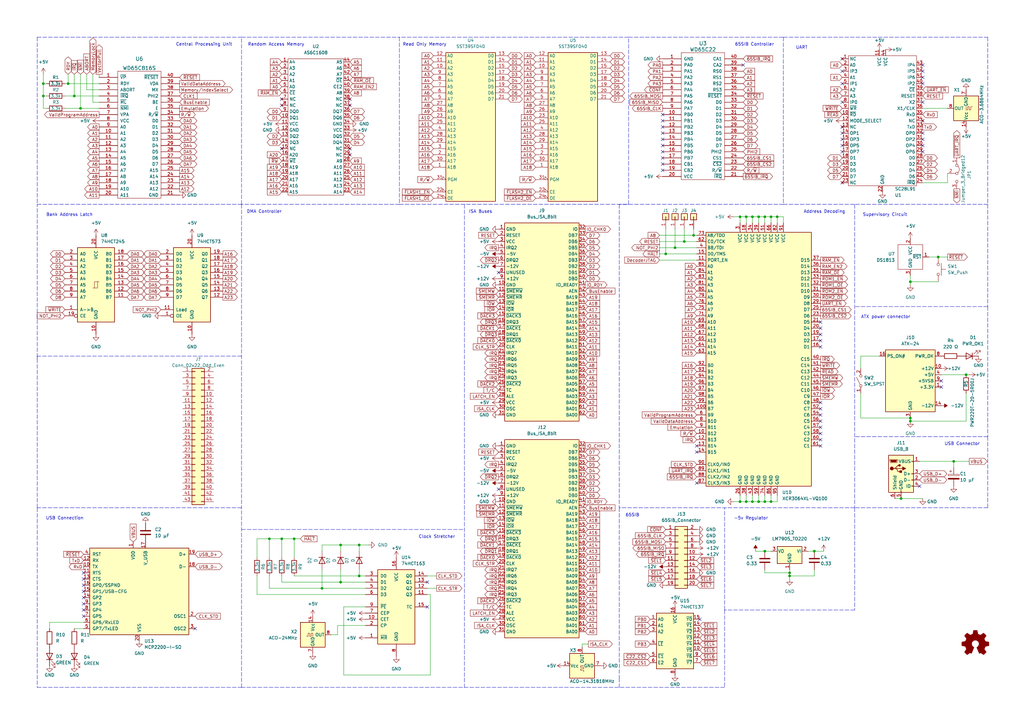
<source format=kicad_sch>
(kicad_sch (version 20211123) (generator eeschema)
  (paper "A3")
  (title_block (title "WolfNet 65816 General Purpose Computer") (date "2022-10-21") (rev "1.0") (company "WolfNet Computing"))
  (junction (at 17.78 39.37))
  (junction (at 396.24 153.67))
  (junction (at 306.07 205.74))
  (junction (at 120.65 220.98))
  (junction (at 139.7 238.76))
  (junction (at 27.94 34.29))
  (junction (at 139.7 223.52))
  (junction (at 311.15 205.74))
  (junction (at 308.61 205.74))
  (junction (at 313.69 205.74))
  (junction (at 147.32 236.22))
  (junction (at 384.81 105.41))
  (junction (at 313.69 88.9))
  (junction (at 369.57 204.47))
  (junction (at 147.32 223.52))
  (junction (at 316.23 88.9))
  (junction (at 30.48 39.37))
  (junction (at 373.38 171.45))
  (junction (at 308.61 88.9))
  (junction (at 313.69 226.06))
  (junction (at 303.53 88.9))
  (junction (at 316.23 205.74))
  (junction (at 323.85 236.22))
  (junction (at 115.57 220.98))
  (junction (at 132.08 241.3))
  (junction (at 110.49 220.98))
  (junction (at 276.86 101.6))
  (junction (at 306.07 88.9))
  (junction (at 284.48 96.52))
  (junction (at 373.38 172.72))
  (junction (at 318.77 88.9))
  (junction (at 17.78 34.29))
  (junction (at 280.67 99.06))
  (junction (at 311.15 88.9))
  (junction (at 33.02 44.45))
  (junction (at 334.01 226.06))
  (junction (at 373.38 115.57))
  (junction (at 303.53 205.74))
  (junction (at 391.16 189.23))
  (junction (at 273.05 104.14))
  (junction (at 323.85 234.95))
  (no_connect (at 285.75 198.12))
  (no_connect (at 175.26 238.76))
  (no_connect (at 175.26 248.92))
  (no_connect (at 115.57 40.64))
  (no_connect (at 115.57 43.18))
  (no_connect (at 143.51 40.64))
  (no_connect (at 143.51 43.18))
  (no_connect (at 143.51 60.96))
  (no_connect (at 386.08 156.21))
  (no_connect (at 386.08 158.75))
  (no_connect (at 287.02 254))
  (no_connect (at 304.8 26.67))
  (no_connect (at 285.75 182.88))
  (no_connect (at 285.75 185.42))
  (no_connect (at 204.47 111.76))
  (no_connect (at 204.47 200.66))
  (no_connect (at 336.55 132.08))
  (no_connect (at 336.55 134.62))
  (no_connect (at 336.55 137.16))
  (no_connect (at 336.55 139.7))
  (no_connect (at 336.55 142.24))
  (no_connect (at 336.55 175.26))
  (no_connect (at 336.55 172.72))
  (no_connect (at 336.55 170.18))
  (no_connect (at 336.55 167.64))
  (no_connect (at 336.55 165.1))
  (no_connect (at 336.55 182.88))
  (no_connect (at 336.55 180.34))
  (no_connect (at 336.55 177.8))
  (no_connect (at 115.57 60.96))
  (no_connect (at 143.51 63.5))
  (no_connect (at 80.01 257.81))
  (no_connect (at 34.29 237.49))
  (no_connect (at 34.29 234.95))
  (no_connect (at 271.78 59.69))
  (no_connect (at 271.78 62.23))
  (no_connect (at 271.78 64.77))
  (no_connect (at 271.78 67.31))
  (no_connect (at 271.78 69.85))
  (no_connect (at 271.78 46.99))
  (no_connect (at 271.78 49.53))
  (no_connect (at 271.78 52.07))
  (no_connect (at 271.78 54.61))
  (no_connect (at 271.78 57.15))
  (no_connect (at 377.19 199.39))
  (no_connect (at 34.29 240.03))
  (no_connect (at 34.29 242.57))
  (no_connect (at 34.29 245.11))
  (no_connect (at 34.29 250.19))
  (no_connect (at 34.29 252.73))
  (no_connect (at 34.29 247.65))
  (no_connect (at 378.46 41.91))
  (no_connect (at 378.46 34.29))
  (no_connect (at 378.46 49.53))
  (no_connect (at 378.46 54.61))
  (no_connect (at 378.46 26.67))
  (no_connect (at 378.46 29.21))
  (no_connect (at 378.46 31.75))
  (no_connect (at 378.46 62.23))
  (no_connect (at 378.46 59.69))
  (no_connect (at 378.46 57.15))
  (no_connect (at 345.44 74.93))
  (no_connect (at 345.44 34.29))
  (no_connect (at 345.44 29.21))
  (no_connect (at 345.44 24.13))
  (no_connect (at 345.44 41.91))
  (no_connect (at 345.44 52.07))
  (no_connect (at 345.44 54.61))
  (no_connect (at 345.44 57.15))
  (no_connect (at 345.44 59.69))
  (no_connect (at 345.44 62.23))
  (wire (pts (xy 105.41 243.84) (xy 105.41 236.22)))
  (polyline (pts (xy 254 278.13) (xy 254 281.94)))
  (wire (pts (xy 373.38 172.72) (xy 373.38 171.45)))
  (polyline (pts (xy 190.5 83.82) (xy 190.5 278.13)))
  (wire (pts (xy 306.07 88.9) (xy 308.61 88.9)))
  (wire (pts (xy 17.78 44.45) (xy 19.05 44.45)))
  (wire (pts (xy 238.76 264.16) (xy 241.3 264.16)))
  (wire (pts (xy 115.57 220.98) (xy 115.57 228.6)))
  (wire (pts (xy 276.86 93.98) (xy 276.86 101.6)))
  (polyline (pts (xy 163.83 15.24) (xy 163.83 83.82)))
  (wire (pts (xy 313.69 226.06) (xy 316.23 226.06)))
  (polyline (pts (xy 254 208.28) (xy 254 208.28)))
  (polyline (pts (xy 254 83.82) (xy 254 208.28)))
  (polyline (pts (xy 257.81 83.82) (xy 257.81 15.24)))
  (polyline (pts (xy 15.24 146.05) (xy 15.24 147.32)))
  (polyline (pts (xy 15.24 15.24) (xy 99.06 15.24)))
  (polyline (pts (xy 257.81 15.24) (xy 321.31 15.24)))
  (wire (pts (xy 284.48 93.98) (xy 284.48 96.52)))
  (wire (pts (xy 139.7 238.76) (xy 149.86 238.76)))
  (wire (pts (xy 139.7 226.06) (xy 139.7 223.52)))
  (wire (pts (xy 140.97 276.86) (xy 176.53 276.86)))
  (wire (pts (xy 132.08 241.3) (xy 149.86 241.3)))
  (wire (pts (xy 30.48 39.37) (xy 40.64 39.37)))
  (wire (pts (xy 391.16 189.23) (xy 397.51 189.23)))
  (wire (pts (xy 353.06 171.45) (xy 373.38 171.45)))
  (wire (pts (xy 38.1 30.48) (xy 38.1 41.91)))
  (wire (pts (xy 26.67 44.45) (xy 33.02 44.45)))
  (wire (pts (xy 384.81 115.57) (xy 373.38 115.57)))
  (polyline (pts (xy 297.18 281.94) (xy 99.06 281.94)))
  (polyline (pts (xy 99.06 15.24) (xy 163.83 15.24)))
  (wire (pts (xy 313.69 234.95) (xy 323.85 234.95)))
  (wire (pts (xy 311.15 205.74) (xy 308.61 205.74)))
  (wire (pts (xy 238.76 265.43) (xy 238.76 264.16)))
  (wire (pts (xy 147.32 226.06) (xy 147.32 223.52)))
  (wire (pts (xy 285.75 104.14) (xy 273.05 104.14)))
  (wire (pts (xy 20.32 255.27) (xy 20.32 257.81)))
  (wire (pts (xy 17.78 39.37) (xy 17.78 44.45)))
  (polyline (pts (xy 405.13 15.24) (xy 405.13 83.82)))
  (polyline (pts (xy 350.52 208.28) (xy 254 208.28)))
  (wire (pts (xy 308.61 88.9) (xy 311.15 88.9)))
  (wire (pts (xy 30.48 257.81) (xy 34.29 257.81)))
  (polyline (pts (xy 99.06 83.82) (xy 99.06 208.28)))
  (wire (pts (xy 308.61 205.74) (xy 306.07 205.74)))
  (wire (pts (xy 388.62 74.93) (xy 378.46 74.93)))
  (wire (pts (xy 388.62 71.12) (xy 388.62 74.93)))
  (polyline (pts (xy 15.24 208.28) (xy 15.24 83.82)))
  (wire (pts (xy 303.53 88.9) (xy 306.07 88.9)))
  (wire (pts (xy 110.49 241.3) (xy 110.49 236.22)))
  (wire (pts (xy 176.53 243.84) (xy 175.26 243.84)))
  (wire (pts (xy 19.05 34.29) (xy 17.78 34.29)))
  (wire (pts (xy 323.85 236.22) (xy 334.01 236.22)))
  (polyline (pts (xy 297.18 250.19) (xy 297.18 208.28)))
  (polyline (pts (xy 99.06 83.82) (xy 99.06 15.24)))
  (wire (pts (xy 309.88 226.06) (xy 313.69 226.06)))
  (wire (pts (xy 377.19 189.23) (xy 391.16 189.23)))
  (wire (pts (xy 110.49 220.98) (xy 105.41 220.98)))
  (wire (pts (xy 311.15 88.9) (xy 311.15 91.44)))
  (wire (pts (xy 396.24 161.29) (xy 396.24 172.72)))
  (wire (pts (xy 280.67 99.06) (xy 280.67 93.98)))
  (polyline (pts (xy 15.24 83.82) (xy 99.06 83.82)))
  (wire (pts (xy 132.08 223.52) (xy 139.7 223.52)))
  (polyline (pts (xy 405.13 125.73) (xy 405.13 179.07)))
  (wire (pts (xy 139.7 223.52) (xy 147.32 223.52)))
  (polyline (pts (xy 405.13 208.28) (xy 350.52 208.28)))
  (wire (pts (xy 138.43 256.54) (xy 149.86 256.54)))
  (wire (pts (xy 120.65 220.98) (xy 115.57 220.98)))
  (polyline (pts (xy 257.81 15.24) (xy 163.83 15.24)))
  (wire (pts (xy 306.07 203.2) (xy 306.07 205.74)))
  (wire (pts (xy 17.78 34.29) (xy 17.78 30.48)))
  (wire (pts (xy 334.01 236.22) (xy 334.01 233.68)))
  (wire (pts (xy 313.69 88.9) (xy 316.23 88.9)))
  (wire (pts (xy 284.48 96.52) (xy 285.75 96.52)))
  (polyline (pts (xy 99.06 281.94) (xy 99.06 208.28)))
  (polyline (pts (xy 321.31 83.82) (xy 350.52 83.82)))
  (wire (pts (xy 313.69 233.68) (xy 313.69 234.95)))
  (polyline (pts (xy 15.24 15.24) (xy 15.24 83.82)))
  (polyline (pts (xy 254 208.28) (xy 254 278.13)))
  (polyline (pts (xy 350.52 83.82) (xy 350.52 208.28)))
  (polyline (pts (xy 15.24 208.28) (xy 15.24 281.94)))
  (wire (pts (xy 318.77 88.9) (xy 318.77 91.44)))
  (wire (pts (xy 270.51 99.06) (xy 280.67 99.06)))
  (wire (pts (xy 323.85 234.95) (xy 323.85 236.22)))
  (wire (pts (xy 110.49 241.3) (xy 132.08 241.3)))
  (polyline (pts (xy 321.31 15.24) (xy 321.31 83.82)))
  (wire (pts (xy 27.94 34.29) (xy 40.64 34.29)))
  (wire (pts (xy 321.31 88.9) (xy 321.31 91.44)))
  (wire (pts (xy 270.51 96.52) (xy 284.48 96.52)))
  (wire (pts (xy 17.78 39.37) (xy 19.05 39.37)))
  (wire (pts (xy 40.64 41.91) (xy 38.1 41.91)))
  (polyline (pts (xy 350.52 208.28) (xy 350.52 250.19)))
  (wire (pts (xy 34.29 255.27) (xy 20.32 255.27)))
  (wire (pts (xy 323.85 234.95) (xy 323.85 233.68)))
  (wire (pts (xy 316.23 88.9) (xy 318.77 88.9)))
  (wire (pts (xy 353.06 146.05) (xy 353.06 151.13)))
  (wire (pts (xy 397.51 153.67) (xy 396.24 153.67)))
  (wire (pts (xy 353.06 161.29) (xy 353.06 171.45)))
  (polyline (pts (xy 321.31 83.82) (xy 254 83.82)))
  (wire (pts (xy 311.15 203.2) (xy 311.15 205.74)))
  (wire (pts (xy 285.75 99.06) (xy 280.67 99.06)))
  (wire (pts (xy 33.02 44.45) (xy 40.64 44.45)))
  (wire (pts (xy 270.51 104.14) (xy 273.05 104.14)))
  (wire (pts (xy 139.7 233.68) (xy 139.7 238.76)))
  (wire (pts (xy 388.62 105.41) (xy 384.81 105.41)))
  (wire (pts (xy 27.94 30.48) (xy 27.94 34.29)))
  (wire (pts (xy 105.41 220.98) (xy 105.41 228.6)))
  (wire (pts (xy 120.65 236.22) (xy 147.32 236.22)))
  (polyline (pts (xy 405.13 83.82) (xy 350.52 83.82)))
  (wire (pts (xy 316.23 203.2) (xy 316.23 205.74)))
  (wire (pts (xy 308.61 88.9) (xy 308.61 91.44)))
  (wire (pts (xy 120.65 220.98) (xy 123.19 220.98)))
  (wire (pts (xy 306.07 205.74) (xy 303.53 205.74)))
  (wire (pts (xy 26.67 39.37) (xy 30.48 39.37)))
  (wire (pts (xy 396.24 172.72) (xy 373.38 172.72)))
  (wire (pts (xy 115.57 238.76) (xy 139.7 238.76)))
  (wire (pts (xy 176.53 276.86) (xy 176.53 243.84)))
  (wire (pts (xy 396.24 153.67) (xy 386.08 153.67)))
  (wire (pts (xy 149.86 243.84) (xy 105.41 243.84)))
  (wire (pts (xy 318.77 88.9) (xy 321.31 88.9)))
  (polyline (pts (xy 99.06 146.05) (xy 15.24 146.05)))
  (wire (pts (xy 334.01 226.06) (xy 337.82 226.06)))
  (polyline (pts (xy 405.13 125.73) (xy 350.52 125.73)))
  (polyline (pts (xy 163.83 83.82) (xy 257.81 83.82)))
  (wire (pts (xy 313.69 203.2) (xy 313.69 205.74)))
  (wire (pts (xy 384.81 105.41) (xy 381 105.41)))
  (polyline (pts (xy 405.13 83.82) (xy 405.13 125.73)))
  (wire (pts (xy 132.08 233.68) (xy 132.08 241.3)))
  (wire (pts (xy 115.57 238.76) (xy 115.57 236.22)))
  (wire (pts (xy 303.53 91.44) (xy 303.53 88.9)))
  (polyline (pts (xy 99.06 208.28) (xy 15.24 208.28)))
  (wire (pts (xy 306.07 88.9) (xy 306.07 91.44)))
  (polyline (pts (xy 405.13 179.07) (xy 405.13 208.28)))
  (polyline (pts (xy 297.18 250.19) (xy 297.18 281.94)))
  (wire (pts (xy 378.46 204.47) (xy 369.57 204.47)))
  (wire (pts (xy 378.46 44.45) (xy 388.62 44.45)))
  (wire (pts (xy 331.47 226.06) (xy 334.01 226.06)))
  (wire (pts (xy 311.15 88.9) (xy 313.69 88.9)))
  (polyline (pts (xy 321.31 15.24) (xy 405.13 15.24)))
  (wire (pts (xy 138.43 256.54) (xy 138.43 260.35)))
  (wire (pts (xy 316.23 88.9) (xy 316.23 91.44)))
  (wire (pts (xy 300.99 88.9) (xy 303.53 88.9)))
  (wire (pts (xy 26.67 34.29) (xy 27.94 34.29)))
  (wire (pts (xy 303.53 205.74) (xy 303.53 203.2)))
  (wire (pts (xy 308.61 203.2) (xy 308.61 205.74)))
  (polyline (pts (xy 163.83 83.82) (xy 99.06 83.82)))
  (wire (pts (xy 323.85 236.22) (xy 323.85 237.49)))
  (wire (pts (xy 115.57 220.98) (xy 110.49 220.98)))
  (polyline (pts (xy 350.52 250.19) (xy 297.18 250.19)))
  (wire (pts (xy 273.05 104.14) (xy 273.05 93.98)))
  (wire (pts (xy 140.97 248.92) (xy 140.97 276.86)))
  (wire (pts (xy 276.86 101.6) (xy 285.75 101.6)))
  (wire (pts (xy 179.07 236.22) (xy 175.26 236.22)))
  (wire (pts (xy 318.77 203.2) (xy 318.77 205.74)))
  (wire (pts (xy 147.32 236.22) (xy 149.86 236.22)))
  (wire (pts (xy 138.43 260.35) (xy 135.89 260.35)))
  (wire (pts (xy 33.02 30.48) (xy 33.02 44.45)))
  (wire (pts (xy 360.68 146.05) (xy 353.06 146.05)))
  (wire (pts (xy 147.32 233.68) (xy 147.32 236.22)))
  (wire (pts (xy 30.48 39.37) (xy 30.48 30.48)))
  (wire (pts (xy 147.32 223.52) (xy 151.13 223.52)))
  (wire (pts (xy 270.51 106.68) (xy 285.75 106.68)))
  (polyline (pts (xy 15.24 281.94) (xy 99.06 281.94)))
  (wire (pts (xy 300.99 205.74) (xy 303.53 205.74)))
  (wire (pts (xy 316.23 205.74) (xy 313.69 205.74)))
  (wire (pts (xy 40.64 30.48) (xy 40.64 31.75)))
  (wire (pts (xy 35.56 36.83) (xy 35.56 30.48)))
  (wire (pts (xy 313.69 205.74) (xy 311.15 205.74)))
  (wire (pts (xy 391.16 189.23) (xy 391.16 191.77)))
  (wire (pts (xy 373.38 113.03) (xy 373.38 115.57)))
  (wire (pts (xy 35.56 36.83) (xy 40.64 36.83)))
  (wire (pts (xy 367.03 204.47) (xy 369.57 204.47)))
  (wire (pts (xy 132.08 226.06) (xy 132.08 223.52)))
  (wire (pts (xy 17.78 34.29) (xy 17.78 39.37)))
  (wire (pts (xy 140.97 248.92) (xy 149.86 248.92)))
  (wire (pts (xy 175.26 241.3) (xy 179.07 241.3)))
  (wire (pts (xy 120.65 228.6) (xy 120.65 220.98)))
  (polyline (pts (xy 190.5 278.13) (xy 190.5 281.94)))
  (polyline (pts (xy 99.06 217.17) (xy 190.5 217.17)))
  (wire (pts (xy 318.77 205.74) (xy 316.23 205.74)))
  (wire (pts (xy 270.51 101.6) (xy 276.86 101.6)))
  (wire (pts (xy 110.49 220.98) (xy 110.49 228.6)))
  (wire (pts (xy 313.69 88.9) (xy 313.69 91.44)))
  (polyline (pts (xy 405.13 179.07) (xy 350.52 179.07)))
  (wire (pts (xy 373.38 115.57) (xy 373.38 116.84)))
  (text "Address Decoding" (at 346.71 87.63 180) (effects (font (size 1.27 1.27)) (justify right bottom)))
  (text "ISA Buses" (at 201.93 87.63 180) (effects (font (size 1.27 1.27)) (justify right bottom)))
  (text "USB Connector" (at 387.35 182.88 0) (effects (font (size 1.27 1.27)) (justify left bottom)))
  (text "Central Processing Unit" (at 95.25 19.05 180) (effects (font (size 1.27 1.27)) (justify right bottom)))
  (text "65SIB Controller" (at 317.5 19.05 180) (effects (font (size 1.27 1.27)) (justify right bottom)))
  (text "ATX power connector" (at 373.38 130.81 180) (effects (font (size 1.27 1.27)) (justify right bottom)))
  (text "Supervisory Circuit" (at 372.11 88.9 180) (effects (font (size 1.27 1.27)) (justify right bottom)))
  (text "-5v Regulator" (at 300.99 213.36 0) (effects (font (size 1.27 1.27)) (justify left bottom)))
  (text "DMA Controller" (at 115.57 87.63 180) (effects (font (size 1.27 1.27)) (justify right bottom)))
  (text "Read Only Memory" (at 165.1 19.05 0) (effects (font (size 1.27 1.27)) (justify left bottom)))
  (text "65SIB" (at 256.54 212.09 0) (effects (font (size 1.27 1.27)) (justify left bottom)))
  (text "Clock Stretcher" (at 186.69 220.98 180) (effects (font (size 1.27 1.27)) (justify right bottom)))
  (text "UART" (at 326.39 20.32 0) (effects (font (size 1.27 1.27)) (justify left bottom)))
  (text "USB Connection" (at 34.29 213.36 180) (effects (font (size 1.27 1.27)) (justify right bottom)))
  (text "Random Access Memory" (at 101.6 19.05 0) (effects (font (size 1.27 1.27)) (justify left bottom)))
  (text "Bank Address Latch" (at 38.1 88.9 180) (effects (font (size 1.27 1.27)) (justify right bottom)))
  (global_label "~{SMEMW}" (shape input) (at 204.47 208.28 180) (property "Intersheet References" "${INTERSHEET_REFS}" (effects hide)))
  (global_label "T{slash}C" (shape input) (at 204.47 160.02 180) (property "Intersheet References" "${INTERSHEET_REFS}" (effects hide)))
  (global_label "D3" (shape bidirectional) (at 250.19 30.48 0) (property "Intersheet References" "${INTERSHEET_REFS}" (effects hide)))
  (global_label "~{WRITE}" (shape input) (at 345.44 44.45 180) (property "Intersheet References" "${INTERSHEET_REFS}" (effects hide)))
  (global_label "IRQ" (shape output) (at 204.47 152.4 180) (property "Intersheet References" "${INTERSHEET_REFS}" (effects hide)))
  (global_label "D6" (shape bidirectional) (at 304.8 57.15 0) (property "Intersheet References" "${INTERSHEET_REFS}" (effects hide)))
  (global_label "A4" (shape input) (at 240.03 160.02 0) (property "Intersheet References" "${INTERSHEET_REFS}" (effects hide)))
  (global_label "A2" (shape input) (at 304.8 34.29 0) (property "Intersheet References" "${INTERSHEET_REFS}" (effects hide)))
  (global_label "A6" (shape output) (at 40.64 67.31 180) (property "Intersheet References" "${INTERSHEET_REFS}" (effects hide)))
  (global_label "A10" (shape input) (at 240.03 144.78 0) (property "Intersheet References" "${INTERSHEET_REFS}" (effects hide)))
  (global_label "RDY" (shape bidirectional) (at 27.94 30.48 90) (property "Intersheet References" "${INTERSHEET_REFS}" (effects hide)))
  (global_label "A15" (shape input) (at 240.03 220.98 0) (property "Intersheet References" "${INTERSHEET_REFS}" (effects hide)))
  (global_label "DA1" (shape bidirectional) (at 52.07 106.68 0) (property "Intersheet References" "${INTERSHEET_REFS}" (effects hide)))
  (global_label "CLK_STR" (shape input) (at 204.47 231.14 180) (property "Intersheet References" "${INTERSHEET_REFS}" (effects hide)))
  (global_label "~{RESET}" (shape input) (at 34.29 227.33 180) (property "Intersheet References" "${INTERSHEET_REFS}" (effects hide)))
  (global_label "PB1" (shape input) (at 266.7 256.54 180) (property "Intersheet References" "${INTERSHEET_REFS}" (effects hide)))
  (global_label "A8" (shape input) (at 177.8 43.18 180) (property "Intersheet References" "${INTERSHEET_REFS}" (effects hide)))
  (global_label "~{NMI}" (shape output) (at 392.43 77.47 270) (property "Intersheet References" "${INTERSHEET_REFS}" (effects hide)))
  (global_label "ValidDataAddress" (shape input) (at 285.75 172.72 180) (property "Intersheet References" "${INTERSHEET_REFS}" (effects hide)))
  (global_label "A3" (shape input) (at 345.44 39.37 180) (property "Intersheet References" "${INTERSHEET_REFS}" (effects hide)))
  (global_label "~{UART_EN}" (shape output) (at 336.55 124.46 0) (property "Intersheet References" "${INTERSHEET_REFS}" (effects hide)))
  (global_label "65SIB_MOSI" (shape input) (at 273.05 222.25 180) (property "Intersheet References" "${INTERSHEET_REFS}" (effects hide)))
  (global_label "A13" (shape input) (at 240.03 226.06 0) (property "Intersheet References" "${INTERSHEET_REFS}" (effects hide)))
  (global_label "65SIB_CS1" (shape output) (at 336.55 127 0) (property "Intersheet References" "${INTERSHEET_REFS}" (effects hide)))
  (global_label "D3" (shape bidirectional) (at 240.03 106.68 0) (property "Intersheet References" "${INTERSHEET_REFS}" (effects hide)))
  (global_label "~{IOW}" (shape input) (at 204.47 213.36 180) (property "Intersheet References" "${INTERSHEET_REFS}" (effects hide)))
  (global_label "A5" (shape output) (at 40.64 64.77 180) (property "Intersheet References" "${INTERSHEET_REFS}" (effects hide)))
  (global_label "A8" (shape input) (at 240.03 149.86 0) (property "Intersheet References" "${INTERSHEET_REFS}" (effects hide)))
  (global_label "~{RESET}" (shape input) (at 73.66 31.75 0) (property "Intersheet References" "${INTERSHEET_REFS}" (effects hide)))
  (global_label "A4" (shape output) (at 40.64 62.23 180) (property "Intersheet References" "${INTERSHEET_REFS}" (effects hide)))
  (global_label "A1" (shape input) (at 240.03 256.54 0) (property "Intersheet References" "${INTERSHEET_REFS}" (effects hide)))
  (global_label "A19" (shape output) (at 91.44 111.76 0) (property "Intersheet References" "${INTERSHEET_REFS}" (effects hide)))
  (global_label "LATCH_EN" (shape input) (at 204.47 251.46 180) (property "Intersheet References" "${INTERSHEET_REFS}" (effects hide)))
  (global_label "A18" (shape input) (at 115.57 71.12 180) (property "Intersheet References" "${INTERSHEET_REFS}" (effects hide)))
  (global_label "A17" (shape input) (at 240.03 215.9 0) (property "Intersheet References" "${INTERSHEET_REFS}" (effects hide)))
  (global_label "D7" (shape bidirectional) (at 240.03 185.42 0) (property "Intersheet References" "${INTERSHEET_REFS}" (effects hide)))
  (global_label "A4" (shape input) (at 285.75 119.38 180) (property "Intersheet References" "${INTERSHEET_REFS}" (effects hide)))
  (global_label "IRQ" (shape input) (at 285.75 180.34 180) (property "Intersheet References" "${INTERSHEET_REFS}" (effects hide)))
  (global_label "RESET" (shape input) (at 204.47 185.42 180) (property "Intersheet References" "${INTERSHEET_REFS}" (effects hide)))
  (global_label "~{IRQ}" (shape output) (at 336.55 147.32 0) (property "Intersheet References" "${INTERSHEET_REFS}" (effects hide)))
  (global_label "65SIB_CS1" (shape input) (at 304.8 64.77 0) (property "Intersheet References" "${INTERSHEET_REFS}" (effects hide)))
  (global_label "A9" (shape input) (at 240.03 147.32 0) (property "Intersheet References" "${INTERSHEET_REFS}" (effects hide)))
  (global_label "D0" (shape bidirectional) (at 208.28 22.86 0) (property "Intersheet References" "${INTERSHEET_REFS}" (effects hide)))
  (global_label "~{SEL6}" (shape input) (at 285.75 237.49 0) (property "Intersheet References" "${INTERSHEET_REFS}" (effects hide)))
  (global_label "D1" (shape bidirectional) (at 26.67 106.68 180) (property "Intersheet References" "${INTERSHEET_REFS}" (effects hide)))
  (global_label "~{WRITE}" (shape output) (at 336.55 149.86 0) (property "Intersheet References" "${INTERSHEET_REFS}" (effects hide)))
  (global_label "A16" (shape input) (at 177.8 63.5 180) (property "Intersheet References" "${INTERSHEET_REFS}" (effects hide)))
  (global_label "~{IOW}" (shape output) (at 336.55 160.02 0) (property "Intersheet References" "${INTERSHEET_REFS}" (effects hide)))
  (global_label "D4" (shape bidirectional) (at 378.46 69.85 0) (property "Intersheet References" "${INTERSHEET_REFS}" (effects hide)))
  (global_label "A9" (shape input) (at 143.51 66.04 0) (property "Intersheet References" "${INTERSHEET_REFS}" (effects hide)))
  (global_label "D1" (shape bidirectional) (at 345.44 64.77 180) (property "Intersheet References" "${INTERSHEET_REFS}" (effects hide)))
  (global_label "A2" (shape output) (at 40.64 57.15 180) (property "Intersheet References" "${INTERSHEET_REFS}" (effects hide)))
  (global_label "CLK_STR" (shape output) (at 179.07 241.3 0) (property "Intersheet References" "${INTERSHEET_REFS}" (effects hide)))
  (global_label "CLK_STD" (shape input) (at 285.75 190.5 180) (property "Intersheet References" "${INTERSHEET_REFS}" (effects hide)))
  (global_label "65SIB_MOSI" (shape output) (at 271.78 39.37 180) (property "Intersheet References" "${INTERSHEET_REFS}" (effects hide)))
  (global_label "A11" (shape input) (at 219.71 50.8 180) (property "Intersheet References" "${INTERSHEET_REFS}" (effects hide)))
  (global_label "A1" (shape input) (at 219.71 25.4 180) (property "Intersheet References" "${INTERSHEET_REFS}" (effects hide)))
  (global_label "VBUS" (shape output) (at 397.51 189.23 0) (property "Intersheet References" "${INTERSHEET_REFS}" (effects hide)))
  (global_label "USB_D+" (shape bidirectional) (at 377.19 194.31 0) (property "Intersheet References" "${INTERSHEET_REFS}" (effects hide)))
  (global_label "~{SEL2}" (shape input) (at 285.75 229.87 0) (property "Intersheet References" "${INTERSHEET_REFS}" (effects hide)))
  (global_label "D5" (shape bidirectional) (at 208.28 35.56 0) (property "Intersheet References" "${INTERSHEET_REFS}" (effects hide)))
  (global_label "DA0" (shape bidirectional) (at 73.66 49.53 0) (property "Intersheet References" "${INTERSHEET_REFS}" (effects hide)))
  (global_label "~{SEL5}" (shape input) (at 273.05 237.49 180) (property "Intersheet References" "${INTERSHEET_REFS}" (effects hide)))
  (global_label "Emulation" (shape input) (at 285.75 175.26 180) (property "Intersheet References" "${INTERSHEET_REFS}" (effects hide)))
  (global_label "A15" (shape output) (at 73.66 69.85 0) (property "Intersheet References" "${INTERSHEET_REFS}" (effects hide)))
  (global_label "A0" (shape input) (at 304.8 29.21 0) (property "Intersheet References" "${INTERSHEET_REFS}" (effects hide)))
  (global_label "~{IOR}" (shape input) (at 204.47 127 180) (property "Intersheet References" "${INTERSHEET_REFS}" (effects hide)))
  (global_label "BusEnable" (shape input) (at 240.03 208.28 0) (property "Intersheet References" "${INTERSHEET_REFS}" (effects hide)))
  (global_label "~{C22_CS2}" (shape input) (at 266.7 269.24 180) (property "Intersheet References" "${INTERSHEET_REFS}" (effects hide)))
  (global_label "~{UART_IRQ}" (shape output) (at 392.43 64.77 90) (property "Intersheet References" "${INTERSHEET_REFS}" (effects hide)))
  (global_label "A20" (shape input) (at 115.57 63.5 180) (property "Intersheet References" "${INTERSHEET_REFS}" (effects hide)))
  (global_label "PA2" (shape output) (at 271.78 31.75 180) (property "Intersheet References" "${INTERSHEET_REFS}" (effects hide)))
  (global_label "R{slash}~{W}" (shape input) (at 219.71 73.66 180) (property "Intersheet References" "${INTERSHEET_REFS}" (effects hide)))
  (global_label "~{HALT}" (shape input) (at 123.19 220.98 0) (property "Intersheet References" "${INTERSHEET_REFS}" (effects hide)))
  (global_label "RESET" (shape output) (at 270.51 99.06 180) (property "Intersheet References" "${INTERSHEET_REFS}" (effects hide)))
  (global_label "~{RAM_OE}" (shape input) (at 143.51 33.02 0) (property "Intersheet References" "${INTERSHEET_REFS}" (effects hide)))
  (global_label "~{SEL1}" (shape input) (at 287.02 256.54 0) (property "Intersheet References" "${INTERSHEET_REFS}" (effects hide)))
  (global_label "~{SEL1}" (shape input) (at 273.05 229.87 180) (property "Intersheet References" "${INTERSHEET_REFS}" (effects hide)))
  (global_label "A4" (shape input) (at 115.57 25.4 180) (property "Intersheet References" "${INTERSHEET_REFS}" (effects hide)))
  (global_label "A1" (shape input) (at 177.8 25.4 180) (property "Intersheet References" "${INTERSHEET_REFS}" (effects hide)))
  (global_label "~{SEL2}" (shape input) (at 287.02 259.08 0) (property "Intersheet References" "${INTERSHEET_REFS}" (effects hide)))
  (global_label "RAM_EN2" (shape output) (at 336.55 109.22 0) (property "Intersheet References" "${INTERSHEET_REFS}" (effects hide)))
  (global_label "A10" (shape input) (at 285.75 132.08 180) (property "Intersheet References" "${INTERSHEET_REFS}" (effects hide)))
  (global_label "A17" (shape input) (at 219.71 66.04 180) (property "Intersheet References" "${INTERSHEET_REFS}" (effects hide)))
  (global_label "65SIB_MISO" (shape output) (at 273.05 224.79 180) (property "Intersheet References" "${INTERSHEET_REFS}" (effects hide)))
  (global_label "A5" (shape input) (at 219.71 35.56 180) (property "Intersheet References" "${INTERSHEET_REFS}" (effects hide)))
  (global_label "~{ROM1_EN}" (shape output) (at 336.55 114.3 0) (property "Intersheet References" "${INTERSHEET_REFS}" (effects hide)))
  (global_label "A18" (shape input) (at 240.03 213.36 0) (property "Intersheet References" "${INTERSHEET_REFS}" (effects hide)))
  (global_label "~{65SIB_CS2}" (shape input) (at 304.8 67.31 0) (property "Intersheet References" "${INTERSHEET_REFS}" (effects hide)))
  (global_label "A16" (shape input) (at 285.75 149.86 180) (property "Intersheet References" "${INTERSHEET_REFS}" (effects hide)))
  (global_label "IRQ" (shape output) (at 204.47 144.78 180) (property "Intersheet References" "${INTERSHEET_REFS}" (effects hide)))
  (global_label "D5" (shape tri_state) (at 143.51 55.88 0) (property "Intersheet References" "${INTERSHEET_REFS}" (effects hide)))
  (global_label "DA4" (shape bidirectional) (at 73.66 59.69 0) (property "Intersheet References" "${INTERSHEET_REFS}" (effects hide)))
  (global_label "A8" (shape input) (at 219.71 43.18 180) (property "Intersheet References" "${INTERSHEET_REFS}" (effects hide)))
  (global_label "D2" (shape tri_state) (at 115.57 55.88 180) (property "Intersheet References" "${INTERSHEET_REFS}" (effects hide)))
  (global_label "A4" (shape input) (at 240.03 248.92 0) (property "Intersheet References" "${INTERSHEET_REFS}" (effects hide)))
  (global_label "A5" (shape input) (at 285.75 121.92 180) (property "Intersheet References" "${INTERSHEET_REFS}" (effects hide)))
  (global_label "IRQ" (shape output) (at 204.47 190.5 180) (property "Intersheet References" "${INTERSHEET_REFS}" (effects hide)))
  (global_label "D2" (shape bidirectional) (at 378.46 67.31 0) (property "Intersheet References" "${INTERSHEET_REFS}" (effects hide)))
  (global_label "D6" (shape bidirectional) (at 240.03 99.06 0) (property "Intersheet References" "${INTERSHEET_REFS}" (effects hide)))
  (global_label "~{DACK3}" (shape input) (at 204.47 129.54 180) (property "Intersheet References" "${INTERSHEET_REFS}" (effects hide)))
  (global_label "D3" (shape bidirectional) (at 345.44 67.31 180) (property "Intersheet References" "${INTERSHEET_REFS}" (effects hide)))
  (global_label "D4" (shape tri_state) (at 143.51 58.42 0) (property "Intersheet References" "${INTERSHEET_REFS}" (effects hide)))
  (global_label "D2" (shape bidirectional) (at 240.03 198.12 0) (property "Intersheet References" "${INTERSHEET_REFS}" (effects hide)))
  (global_label "DA2" (shape bidirectional) (at 66.04 109.22 180) (property "Intersheet References" "${INTERSHEET_REFS}" (effects hide)))
  (global_label "A12" (shape output) (at 73.66 77.47 0) (property "Intersheet References" "${INTERSHEET_REFS}" (effects hide)))
  (global_label "~{65SIB_IRQ}" (shape output) (at 273.05 227.33 180) (property "Intersheet References" "${INTERSHEET_REFS}" (effects hide)))
  (global_label "NOT_PHI2" (shape output) (at 270.51 101.6 180) (property "Intersheet References" "${INTERSHEET_REFS}" (effects hide)))
  (global_label "A15" (shape input) (at 240.03 132.08 0) (property "Intersheet References" "${INTERSHEET_REFS}" (effects hide)))
  (global_label "A5" (shape input) (at 240.03 157.48 0) (property "Intersheet References" "${INTERSHEET_REFS}" (effects hide)))
  (global_label "~{DACK0}" (shape input) (at 204.47 139.7 180) (property "Intersheet References" "${INTERSHEET_REFS}" (effects hide)))
  (global_label "DA7" (shape bidirectional) (at 66.04 121.92 180) (property "Intersheet References" "${INTERSHEET_REFS}" (effects hide)))
  (global_label "~{RW}" (shape input) (at 115.57 66.04 180) (property "Intersheet References" "${INTERSHEET_REFS}" (effects hide)))
  (global_label "~{RAM_EN}" (shape input) (at 115.57 38.1 180) (property "Intersheet References" "${INTERSHEET_REFS}" (effects hide)))
  (global_label "D2" (shape bidirectional) (at 240.03 109.22 0) (property "Intersheet References" "${INTERSHEET_REFS}" (effects hide)))
  (global_label "A10" (shape output) (at 40.64 77.47 180) (property "Intersheet References" "${INTERSHEET_REFS}" (effects hide)))
  (global_label "T{slash}C" (shape input) (at 204.47 248.92 180) (property "Intersheet References" "${INTERSHEET_REFS}" (effects hide)))
  (global_label "~{SMEMW}" (shape output) (at 336.55 154.94 0) (property "Intersheet References" "${INTERSHEET_REFS}" (effects hide)))
  (global_label "A17" (shape input) (at 177.8 66.04 180) (property "Intersheet References" "${INTERSHEET_REFS}" (effects hide)))
  (global_label "IRQ" (shape output) (at 204.47 101.6 180) (property "Intersheet References" "${INTERSHEET_REFS}" (effects hide)))
  (global_label "A2" (shape input) (at 345.44 36.83 180) (property "Intersheet References" "${INTERSHEET_REFS}" (effects hide)))
  (global_label "A13" (shape input) (at 177.8 55.88 180) (property "Intersheet References" "${INTERSHEET_REFS}" (effects hide)))
  (global_label "~{65SIB_IRQ}" (shape input) (at 285.75 195.58 180) (property "Intersheet References" "${INTERSHEET_REFS}" (effects hide)))
  (global_label "D1" (shape bidirectional) (at 250.19 25.4 0) (property "Intersheet References" "${INTERSHEET_REFS}" (effects hide)))
  (global_label "D5" (shape bidirectional) (at 345.44 69.85 180) (property "Intersheet References" "${INTERSHEET_REFS}" (effects hide)))
  (global_label "A1" (shape input) (at 285.75 111.76 180) (property "Intersheet References" "${INTERSHEET_REFS}" (effects hide)))
  (global_label "A18" (shape input) (at 285.75 154.94 180) (property "Intersheet References" "${INTERSHEET_REFS}" (effects hide)))
  (global_label "~{FLASH2_EN}" (shape input) (at 219.71 78.74 180) (property "Intersheet References" "${INTERSHEET_REFS}" (effects hide)))
  (global_label "D6" (shape tri_state) (at 143.51 48.26 0) (property "Intersheet References" "${INTERSHEET_REFS}" (effects hide)))
  (global_label "USB_D-" (shape bidirectional) (at 80.01 232.41 0) (property "Intersheet References" "${INTERSHEET_REFS}" (effects hide)))
  (global_label "~{ROM2_EN}" (shape output) (at 336.55 119.38 0) (property "Intersheet References" "${INTERSHEET_REFS}" (effects hide)))
  (global_label "Memory{slash}IndexSelect" (shape output) (at 73.66 36.83 0) (property "Intersheet References" "${INTERSHEET_REFS}" (effects hide)))
  (global_label "A20" (shape output) (at 91.44 114.3 0) (property "Intersheet References" "${INTERSHEET_REFS}" (effects hide)))
  (global_label "D8" (shape bidirectional) (at 26.67 121.92 180) (property "Intersheet References" "${INTERSHEET_REFS}" (effects hide)))
  (global_label "IO_CHK1" (shape output) (at 240.03 182.88 0) (property "Intersheet References" "${INTERSHEET_REFS}" (effects hide)))
  (global_label "~{SEL3}" (shape input) (at 285.75 232.41 0) (property "Intersheet References" "${INTERSHEET_REFS}" (effects hide)))
  (global_label "~{SEL3}" (shape input) (at 287.02 261.62 0) (property "Intersheet References" "${INTERSHEET_REFS}" (effects hide)))
  (global_label "A3" (shape input) (at 115.57 27.94 180) (property "Intersheet References" "${INTERSHEET_REFS}" (effects hide)))
  (global_label "D4" (shape bidirectional) (at 240.03 104.14 0) (property "Intersheet References" "${INTERSHEET_REFS}" (effects hide)))
  (global_label "A5" (shape input) (at 177.8 35.56 180) (property "Intersheet References" "${INTERSHEET_REFS}" (effects hide)))
  (global_label "~{DACK2}" (shape input) (at 204.47 246.38 180) (property "Intersheet References" "${INTERSHEET_REFS}" (effects hide)))
  (global_label "DA7" (shape bidirectional) (at 52.07 121.92 0) (property "Intersheet References" "${INTERSHEET_REFS}" (effects hide)))
  (global_label "A11" (shape input) (at 177.8 50.8 180) (property "Intersheet References" "${INTERSHEET_REFS}" (effects hide)))
  (global_label "A7" (shape input) (at 143.51 30.48 0) (property "Intersheet References" "${INTERSHEET_REFS}" (effects hide)))
  (global_label "R{slash}~{W}" (shape input) (at 177.8 73.66 180) (property "Intersheet References" "${INTERSHEET_REFS}" (effects hide)))
  (global_label "DA6" (shape bidirectional) (at 73.66 64.77 0) (property "Intersheet References" "${INTERSHEET_REFS}" (effects hide)))
  (global_label "IO_RDY" (shape output) (at 240.03 205.74 0) (property "Intersheet References" "${INTERSHEET_REFS}" (effects hide)))
  (global_label "A9" (shape input) (at 177.8 45.72 180) (property "Intersheet References" "${INTERSHEET_REFS}" (effects hide)))
  (global_label "RAM_EN2" (shape input) (at 143.51 35.56 0) (property "Intersheet References" "${INTERSHEET_REFS}" (effects hide)))
  (global_label "ValidProgramAddress" (shape output) (at 40.64 46.99 180) (property "Intersheet References" "${INTERSHEET_REFS}" (effects hide)))
  (global_label "65SIB_CLK" (shape input) (at 273.05 219.71 180) (property "Intersheet References" "${INTERSHEET_REFS}" (effects hide)))
  (global_label "A18" (shape input) (at 219.71 68.58 180) (property "Intersheet References" "${INTERSHEET_REFS}" (effects hide)))
  (global_label "~{65SIB_IRQ}" (shape output) (at 304.8 72.39 0) (property "Intersheet References" "${INTERSHEET_REFS}" (effects hide)))
  (global_label "DA3" (shape bidirectional) (at 66.04 111.76 180) (property "Intersheet References" "${INTERSHEET_REFS}" (effects hide)))
  (global_label "A14" (shape input) (at 219.71 58.42 180) (property "Intersheet References" "${INTERSHEET_REFS}" (effects hide)))
  (global_label "A17" (shape input) (at 115.57 73.66 180) (property "Intersheet References" "${INTERSHEET_REFS}" (effects hide)))
  (global_label "D6" (shape bidirectional) (at 250.19 38.1 0) (property "Intersheet References" "${INTERSHEET_REFS}" (effects hide)))
  (global_label "~{DRQ3}" (shape output) (at 204.47 132.08 180) (property "Intersheet References" "${INTERSHEET_REFS}" (effects hide)))
  (global_label "~{DACK2}" (shape input) (at 204.47 157.48 180) (property "Intersheet References" "${INTERSHEET_REFS}" (effects hide)))
  (global_label "RESET" (shape input) (at 204.47 96.52 180) (property "Intersheet References" "${INTERSHEET_REFS}" (effects hide)))
  (global_label "A0" (shape input) (at 177.8 22.86 180) (property "Intersheet References" "${INTERSHEET_REFS}" (effects hide)))
  (global_label "~{VectorPull}" (shape output) (at 40.64 30.48 90) (property "Intersheet References" "${INTERSHEET_REFS}" (effects hide)))
  (global_label "R{slash}~{W}" (shape output) (at 73.66 46.99 0) (property "Intersheet References" "${INTERSHEET_REFS}" (effects hide)))
  (global_label "A8" (shape input) (at 240.03 238.76 0) (property "Intersheet References" "${INTERSHEET_REFS}" (effects hide)))
  (global_label "DA7" (shape bidirectional) (at 73.66 67.31 0) (property "Intersheet References" "${INTERSHEET_REFS}" (effects hide)))
  (global_label "D3" (shape bidirectional) (at 304.8 49.53 0) (property "Intersheet References" "${INTERSHEET_REFS}" (effects hide)))
  (global_label "A16" (shape output) (at 91.44 104.14 0) (property "Intersheet References" "${INTERSHEET_REFS}" (effects hide)))
  (global_label "A19" (shape input) (at 240.03 210.82 0) (property "Intersheet References" "${INTERSHEET_REFS}" (effects hide)))
  (global_label "D6" (shape bidirectional) (at 378.46 72.39 0) (property "Intersheet References" "${INTERSHEET_REFS}" (effects hide)))
  (global_label "A22" (shape input) (at 285.75 165.1 180) (property "Intersheet References" "${INTERSHEET_REFS}" (effects hide)))
  (global_label "D0" (shape bidirectional) (at 240.03 114.3 0) (property "Intersheet References" "${INTERSHEET_REFS}" (effects hide)))
  (global_label "D4" (shape bidirectional) (at 208.28 33.02 0) (property "Intersheet References" "${INTERSHEET_REFS}" (effects hide)))
  (global_label "A18" (shape input) (at 177.8 68.58 180) (property "Intersheet References" "${INTERSHEET_REFS}" (effects hide)))
  (global_label "LATCH_EN" (shape input) (at 204.47 162.56 180) (property "Intersheet References" "${INTERSHEET_REFS}" (effects hide)))
  (global_label "~{FLASH1_EN}" (shape input) (at 177.8 78.74 180) (property "Intersheet References" "${INTERSHEET_REFS}" (effects hide)))
  (global_label "A8" (shape input) (at 143.51 38.1 0) (property "Intersheet References" "${INTERSHEET_REFS}" (effects hide)))
  (global_label "D2" (shape bidirectional) (at 304.8 46.99 0) (property "Intersheet References" "${INTERSHEET_REFS}" (effects hide)))
  (global_label "BusEnable" (shape input) (at 240.03 119.38 0) (property "Intersheet References" "${INTERSHEET_REFS}" (effects hide)))
  (global_label "PB0" (shape input) (at 266.7 254 180) (property "Intersheet References" "${INTERSHEET_REFS}" (effects hide)))
  (global_label "D1" (shape tri_state) (at 115.57 48.26 180) (property "Intersheet References" "${INTERSHEET_REFS}" (effects hide)))
  (global_label "~{SEL6}" (shape input) (at 287.02 269.24 0) (property "Intersheet References" "${INTERSHEET_REFS}" (effects hide)))
  (global_label "D0" (shape bidirectional) (at 304.8 41.91 0) (property "Intersheet References" "${INTERSHEET_REFS}" (effects hide)))
  (global_label "A16" (shape input) (at 240.03 218.44 0) (property "Intersheet References" "${INTERSHEET_REFS}" (effects hide)))
  (global_label "A23" (shape output) (at 91.44 121.92 0) (property "Intersheet References" "${INTERSHEET_REFS}" (effects hide)))
  (global_label "CLK_STR" (shape input) (at 204.47 142.24 180) (property "Intersheet References" "${INTERSHEET_REFS}" (effects hide)))
  (global_label "D5" (shape bidirectional) (at 26.67 116.84 180) (property "Intersheet References" "${INTERSHEET_REFS}" (effects hide)))
  (global_label "DA4" (shape bidirectional) (at 66.04 114.3 180) (property "Intersheet References" "${INTERSHEET_REFS}" (effects hide)))
  (global_label "A18" (shape output) (at 91.44 109.22 0) (property "Intersheet References" "${INTERSHEET_REFS}" (effects hide)))
  (global_label "~{DRQ3}" (shape output) (at 204.47 137.16 180) (property "Intersheet References" "${INTERSHEET_REFS}" (effects hide)))
  (global_label "A4" (shape input) (at 219.71 33.02 180) (property "Intersheet References" "${INTERSHEET_REFS}" (effects hide)))
  (global_label "D5" (shape bidirectional) (at 240.03 190.5 0) (property "Intersheet References" "${INTERSHEET_REFS}" (effects hide)))
  (global_label "A0" (shape input) (at 240.03 259.08 0) (property "Intersheet References" "${INTERSHEET_REFS}" (effects hide)))
  (global_label "TxD" (shape input) (at 34.29 229.87 180) (property "Intersheet References" "${INTERSHEET_REFS}" (effects hide)))
  (global_label "IO_RDY" (shape output) (at 240.03 116.84 0) (property "Intersheet References" "${INTERSHEET_REFS}" (effects hide)))
  (global_label "A2" (shape input) (at 240.03 254 0) (property "Intersheet References" "${INTERSHEET_REFS}" (effects hide)))
  (global_label "A19" (shape input) (at 115.57 68.58 180) (property "Intersheet References" "${INTERSHEET_REFS}" (effects hide)))
  (global_label "IRQ" (shape output) (at 204.47 243.84 180) (property "Intersheet References" "${INTERSHEET_REFS}" (effects hide)))
  (global_label "DecoderJTAG" (shape input) (at 270.51 106.68 180) (property "Intersheet References" "${INTERSHEET_REFS}" (effects hide)))
  (global_label "DA3" (shape bidirectional) (at 73.66 57.15 0) (property "Intersheet References" "${INTERSHEET_REFS}" (effects hide)))
  (global_label "A3" (shape input) (at 240.03 251.46 0) (property "Intersheet References" "${INTERSHEET_REFS}" (effects hide)))
  (global_label "A13" (shape input) (at 219.71 55.88 180) (property "Intersheet References" "${INTERSHEET_REFS}" (effects hide)))
  (global_label "A14" (shape input) (at 177.8 58.42 180) (property "Intersheet References" "${INTERSHEET_REFS}" (effects hide)))
  (global_label "A5" (shape input) (at 240.03 246.38 0) (property "Intersheet References" "${INTERSHEET_REFS}" (effects hide)))
  (global_label "A2" (shape input) (at 177.8 27.94 180) (property "Intersheet References" "${INTERSHEET_REFS}" (effects hide)))
  (global_label "D1" (shape bidirectional) (at 240.03 200.66 0) (property "Intersheet References" "${INTERSHEET_REFS}" (effects hide)))
  (global_label "A16" (shape input) (at 240.03 129.54 0) (property "Intersheet References" "${INTERSHEET_REFS}" (effects hide)))
  (global_label "VBUS" (shape input) (at 54.61 222.25 90) (property "Intersheet References" "${INTERSHEET_REFS}" (effects hide)))
  (global_label "A12" (shape input) (at 177.8 53.34 180) (property "Intersheet References" "${INTERSHEET_REFS}" (effects hide)))
  (global_label "A6" (shape input) (at 143.51 27.94 0) (property "Intersheet References" "${INTERSHEET_REFS}" (effects hide)))
  (global_label "DA5" (shape bidirectional) (at 52.07 116.84 0) (property "Intersheet References" "${INTERSHEET_REFS}" (effects hide)))
  (global_label "~{FLASH1_OE}" (shape input) (at 177.8 81.28 180) (property "Intersheet References" "${INTERSHEET_REFS}" (effects hide)))
  (global_label "A1" (shape input) (at 240.03 167.64 0) (property "Intersheet References" "${INTERSHEET_REFS}" (effects hide)))
  (global_label "A8" (shape output) (at 40.64 72.39 180) (property "Intersheet References" "${INTERSHEET_REFS}" (effects hide)))
  (global_label "~{IOR}" (shape input) (at 204.47 215.9 180) (property "Intersheet References" "${INTERSHEET_REFS}" (effects hide)))
  (global_label "TxD" (shape output) (at 378.46 52.07 0) (property "Intersheet References" "${INTERSHEET_REFS}" (effects hide)))
  (global_label "A1" (shape input) (at 304.8 31.75 0) (property "Intersheet References" "${INTERSHEET_REFS}" (effects hide)))
  (global_label "A7" (shape input) (at 285.75 127 180) (property "Intersheet References" "${INTERSHEET_REFS}" (effects hide)))
  (global_label "A6" (shape input) (at 240.03 243.84 0) (property "Intersheet References" "${INTERSHEET_REFS}" (effects hide)))
  (global_label "PA3" (shape output) (at 271.78 34.29 180) (property "Intersheet References" "${INTERSHEET_REFS}" (effects hide)))
  (global_label "Emulation" (shape output) (at 73.66 44.45 0) (property "Intersheet References" "${INTERSHEET_REFS}" (effects hide)))
  (global_label "CLK_STD" (shape output) (at 179.07 236.22 0) (property "Intersheet References" "${INTERSHEET_REFS}" (effects hide)))
  (global_label "A3" (shape input) (at 219.71 30.48 180) (property "Intersheet References" "${INTERSHEET_REFS}" (effects hide)))
  (global_label "A20" (shape input) (at 285.75 160.02 180) (property "Intersheet References" "${INTERSHEET_REFS}" (effects hide)))
  (global_label "DA4" (shape bidirectional) (at 52.07 114.3 0) (property "Intersheet References" "${INTERSHEET_REFS}" (effects hide)))
  (global_label "~{DACK1}" (shape input) (at 204.47 134.62 180) (property "Intersheet References" "${INTERSHEET_REFS}" (effects hide)))
  (global_label "A11" (shape input) (at 143.51 71.12 0) (property "Intersheet References" "${INTERSHEET_REFS}" (effects hide)))
  (global_label "D6" (shape bidirectional) (at 208.28 38.1 0) (property "Intersheet References" "${INTERSHEET_REFS}" (effects hide)))
  (global_label "~{65SIB_CS2}" (shape output) (at 336.55 129.54 0) (property "Intersheet References" "${INTERSHEET_REFS}" (effects hide)))
  (global_label "A14" (shape input) (at 143.51 78.74 0) (property "Intersheet References" "${INTERSHEET_REFS}" (effects hide)))
  (global_label "A7" (shape input) (at 240.03 152.4 0) (property "Intersheet References" "${INTERSHEET_REFS}" (effects hide)))
  (global_label "~{ROM2_OE}" (shape output) (at 336.55 121.92 0) (property "Intersheet References" "${INTERSHEET_REFS}" (effects hide)))
  (global_label "PA1" (shape output) (at 271.78 29.21 180) (property "Intersheet References" "${INTERSHEET_REFS}" (effects hide)))
  (global_label "A10" (shape input) (at 240.03 233.68 0) (property "Intersheet References" "${INTERSHEET_REFS}" (effects hide)))
  (global_label "IRQ" (shape output) (at 204.47 238.76 180) (property "Intersheet References" "${INTERSHEET_REFS}" (effects hide)))
  (global_label "A7" (shape input) (at 219.71 40.64 180) (property "Intersheet References" "${INTERSHEET_REFS}" (effects hide)))
  (global_label "RxD" (shape output) (at 34.29 232.41 180) (property "Intersheet References" "${INTERSHEET_REFS}" (effects hide)))
  (global_label "~{RAM_OE}" (shape output) (at 336.55 111.76 0) (property "Intersheet References" "${INTERSHEET_REFS}" (effects hide)))
  (global_label "A3" (shape input) (at 177.8 30.48 180) (property "Intersheet References" "${INTERSHEET_REFS}" (effects hide)))
  (global_label "D4" (shape bidirectional) (at 304.8 52.07 0) (property "Intersheet References" "${INTERSHEET_REFS}" (effects hide)))
  (global_label "~{SEL7}" (shape input) (at 287.02 271.78 0) (property "Intersheet References" "${INTERSHEET_REFS}" (effects hide)))
  (global_label "D7" (shape bidirectional) (at 250.19 40.64 0) (property "Intersheet References" "${INTERSHEET_REFS}" (effects hide)))
  (global_label "A5" (shape input) (at 143.51 25.4 0) (property "Intersheet References" "${INTERSHEET_REFS}" (effects hide)))
  (global_label "D2" (shape bidirectional) (at 208.28 27.94 0) (property "Intersheet References" "${INTERSHEET_REFS}" (effects hide)))
  (global_label "A6" (shape input) (at 285.75 124.46 180) (property "Intersheet References" "${INTERSHEET_REFS}" (effects hide)))
  (global_label "ISA_CLK" (shape output) (at 241.3 264.16 0) (property "Intersheet References" "${INTERSHEET_REFS}" (effects hide)))
  (global_label "A0" (shape input) (at 285.75 109.22 180) (property "Intersheet References" "${INTERSHEET_REFS}" (effects hide)))
  (global_label "IO_CHK0" (shape output) (at 240.03 93.98 0) (property "Intersheet References" "${INTERSHEET_REFS}" (effects hide)))
  (global_label "DA3" (shape bidirectional) (at 52.07 111.76 0) (property "Intersheet References" "${INTERSHEET_REFS}" (effects hide)))
  (global_label "A4" (shape input) (at 177.8 33.02 180) (property "Intersheet References" "${INTERSHEET_REFS}" (effects hide)))
  (global_label "D6" (shape bidirectional) (at 240.03 187.96 0) (property "Intersheet References" "${INTERSHEET_REFS}" (effects hide)))
  (global_label "A9" (shape input) (at 219.71 45.72 180) (property "Intersheet References" "${INTERSHEET_REFS}" (effects hide)))
  (global_label "DA5" (shape bidirectional) (at 66.04 116.84 180) (property "Intersheet References" "${INTERSHEET_REFS}" (effects hide)))
  (global_label "A0" (shape input) (at 219.71 22.86 180) (property "Intersheet References" "${INTERSHEET_REFS}" (effects hide)))
  (global_label "D3" (shape tri_state) (at 115.57 58.42 180) (property "Intersheet References" "${INTERSHEET_REFS}" (effects hide)))
  (global_label "DA2" (shape bidirectional) (at 52.07 109.22 0) (property "Intersheet References" "${INTERSHEET_REFS}" (effects hide)))
  (global_label "~{DRQ1}" (shape output) (at 204.47 226.06 180) (property "Intersheet References" "${INTERSHEET_REFS}" (effects hide)))
  (global_label "ValidProgramAddress" (shape input) (at 285.75 170.18 180) (property "Intersheet References" "${INTERSHEET_REFS}" (effects hide)))
  (global_label "D5" (shape bidirectional) (at 250.19 35.56 0) (property "Intersheet References" "${INTERSHEET_REFS}" (effects hide)))
  (global_label "PHI2" (shape input) (at 304.8 62.23 0) (property "Intersheet References" "${INTERSHEET_REFS}" (effects hide)))
  (global_label "RxD" (shape input) (at 378.46 46.99 0) (property "Intersheet References" "${INTERSHEET_REFS}" (effects hide)))
  (global_label "A14" (shape input) (at 240.03 223.52 0) (property "Intersheet References" "${INTERSHEET_REFS}" (effects hide)))
  (global_label "D4" (shape bidirectional) (at 250.19 33.02 0) (property "Intersheet References" "${INTERSHEET_REFS}" (effects hide)))
  (global_label "A14" (shape output) (at 73.66 72.39 0) (property "Intersheet References" "${INTERSHEET_REFS}" (effects hide)))
  (global_label "D4" (shape bidirectional) (at 240.03 193.04 0) (property "Intersheet References" "${INTERSHEET_REFS}" (effects hide)))
  (global_label "A18" (shape input) (at 240.03 124.46 0) (property "Intersheet References" "${INTERSHEET_REFS}" (effects hide)))
  (global_label "A1" (shape input) (at 115.57 33.02 180) (property "Intersheet References" "${INTERSHEET_REFS}" (effects hide)))
  (global_label "A15" (shape input) (at 177.8 60.96 180) (property "Intersheet References" "${INTERSHEET_REFS}" (effects hide)))
  (global_label "A1" (shape output) (at 40.64 54.61 180) (property "Intersheet References" "${INTERSHEET_REFS}" (effects hide)))
  (global_label "~{READ}" (shape output) (at 336.55 152.4 0) (property "Intersheet References" "${INTERSHEET_REFS}" (effects hide)))
  (global_label "IRQ" (shape output) (at 204.47 241.3 180) (property "Intersheet References" "${INTERSHEET_REFS}" (effects hide)))
  (global_label "~{READ}" (shape input) (at 345.44 46.99 180) (property "Intersheet References" "${INTERSHEET_REFS}" (effects hide)))
  (global_label "65SIB_MISO" (shape input) (at 271.78 41.91 180) (property "Intersheet References" "${INTERSHEET_REFS}" (effects hide)))
  (global_label "A11" (shape input) (at 285.75 134.62 180) (property "Intersheet References" "${INTERSHEET_REFS}" (effects hide)))
  (global_label "A2" (shape input) (at 240.03 165.1 0) (property "Intersheet References" "${INTERSHEET_REFS}" (effects hide)))
  (global_label "A11" (shape input) (at 240.03 142.24 0) (property "Intersheet References" "${INTERSHEET_REFS}" (effects hide)))
  (global_label "USB_D-" (shape bidirectional) (at 377.19 196.85 0) (property "Intersheet References" "${INTERSHEET_REFS}" (effects hide)))
  (global_label "A1" (shape input) (at 345.44 31.75 180) (property "Intersheet References" "${INTERSHEET_REFS}" (effects hide)))
  (global_label "ValidDataAddress" (shape output) (at 73.66 34.29 0) (property "Intersheet References" "${INTERSHEET_REFS}" (effects hide)))
  (global_label "~{FLASH2_OE}" (shape input) (at 219.71 81.28 180) (property "Intersheet References" "${INTERSHEET_REFS}" (effects hide)))
  (global_label "NOT_PHI2" (shape input) (at 66.04 127 180) (property "Intersheet References" "${INTERSHEET_REFS}" (effects hide)))
  (global_label "~{65SIB_IRQ}" (shape input) (at 304.8 24.13 0) (property "Intersheet References" "${INTERSHEET_REFS}" (effects hide)))
  (global_label "A21" (shape input) (at 285.75 162.56 180) (property "Intersheet References" "${INTERSHEET_REFS}" (effects hide)))
  (global_label "A13" (shape input) (at 240.03 137.16 0) (property "Intersheet References" "${INTERSHEET_REFS}" (effects hide)))
  (global_label "D1" (shape bidirectional) (at 208.28 25.4 0) (property "Intersheet References" "${INTERSHEET_REFS}" (effects hide)))
  (global_label "A0" (shape input) (at 240.03 170.18 0) (property "Intersheet References" "${INTERSHEET_REFS}" (effects hide)))
  (global_label "~{SMEMR}" (shape output) (at 336.55 157.48 0) (property "Intersheet References" "${INTERSHEET_REFS}" (effects hide)))
  (global_label "ISA_CLK" (shape input) (at 204.47 167.64 180) (property "Intersheet References" "${INTERSHEET_REFS}" (effects hide)))
  (global_label "~{DACK1}" (shape input) (at 204.47 223.52 180) (property "Intersheet References" "${INTERSHEET_REFS}" (effects hide)))
  (global_label "PB2" (shape input) (at 266.7 259.08 180) (property "Intersheet References" "${INTERSHEET_REFS}" (effects hide)))
  (global_label "~{IRQ}" (shape input) (at 30.48 30.48 90) (property "Intersheet References" "${INTERSHEET_REFS}" (effects hide)))
  (global_label "A12" (shape input) (at 219.71 53.34 180) (property "Intersheet References" "${INTERSHEET_REFS}" (effects hide)))
  (global_label "~{NMI}" (shape input) (at 33.02 30.48 90) (property "Intersheet References" "${INTERSHEET_REFS}" (effects hide)))
  (global_label "D0" (shape tri_state) (at 115.57 45.72 180) (property "Intersheet References" "${INTERSHEET_REFS}" (effects hide)))
  (global_label "D7" (shape tri_state) (at 143.51 45.72 0) (property "Intersheet References" "${INTERSHEET_REFS}" (effects hide)))
  (global_label "~{SEL5}" (shape input) (at 287.02 266.7 0) (property "Intersheet References" "${INTERSHEET_REFS}" (effects hide)))
  (global_label "~{HALT}" (shape output) (at 270.51 104.14 180) (property "Intersheet References" "${INTERSHEET_REFS}" (effects hide)))
  (global_label "A22" (shape output) (at 91.44 119.38 0) (property "Intersheet References" "${INTERSHEET_REFS}" (effects hide)))
  (global_label "A10" (shape input) (at 177.8 48.26 180) (property "Intersheet References" "${INTERSHEET_REFS}" (effects hide)))
  (global_label "A3" (shape output) (at 40.64 59.69 180) (property "Intersheet References" "${INTERSHEET_REFS}" (effects hide)))
  (global_label "D3" (shape bidirectional) (at 26.67 111.76 180) (property "Intersheet References" "${INTERSHEET_REFS}" (effects hide)))
  (global_label "A0" (shape input) (at 115.57 35.56 180) (property "Intersheet References" "${INTERSHEET_REFS}" (effects hide)))
  (global_label "C22_CS1" (shape input) (at 266.7 271.78 180) (property "Intersheet References" "${INTERSHEET_REFS}" (effects hide)))
  (global_label "D7" (shape bidirectional) (at 208.28 40.64 0) (property "Intersheet References" "${INTERSHEET_REFS}" (effects hide)))
  (global_label "~{RESET}" (shape output) (at 388.62 105.41 0) (property "Intersheet References" "${INTERSHEET_REFS}" (effects hide)))
  (global_label "A8" (shape input) (at 270.51 96.52 180) (property "Intersheet References" "${INTERSHEET_REFS}" (effects hide)))
  (global_label "~{DRQ2}" (shape output) (at 204.47 106.68 180) (property "Intersheet References" "${INTERSHEET_REFS}" (effects hide)))
  (global_label "DA2" (shape bidirectional) (at 73.66 54.61 0) (property "Intersheet References" "${INTERSHEET_REFS}" (effects hide)))
  (global_label "D1" (shape bidirectional) (at 240.03 111.76 0) (property "Intersheet References" "${INTERSHEET_REFS}" (effects hide)))
  (global_label "DA1" (shape bidirectional) (at 66.04 106.68 180) (property "Intersheet References" "${INTERSHEET_REFS}" (effects hide)))
  (global_label "D7" (shape bidirectional) (at 345.44 72.39 180) (property "Intersheet References" "${INTERSHEET_REFS}" (effects hide)))
  (global_label "A19" (shape input) (at 285.75 157.48 180) (property "Intersheet References" "${INTERSHEET_REFS}" (effects hide)))
  (global_label "A11" (shape output) (at 40.64 80.01 180) (property "Intersheet References" "${INTERSHEET_REFS}" (effects hide)))
  (global_label "A12" (shape input) (at 143.51 73.66 0) (property "Intersheet References" "${INTERSHEET_REFS}" (effects hide)))
  (global_label "D3" (shape bidirectional) (at 208.28 30.48 0) (property "Intersheet References" "${INTERSHEET_REFS}" (effects hide)))
  (global_label "~{CONF}" (shape input) (at 273.05 217.17 180) (property "Intersheet References" "${INTERSHEET_REFS}" (effects hide)))
  (global_label "A23" (shape input) (at 285.75 167.64 180) (property "Intersheet References" "${INTERSHEET_REFS}" (effects hide)))
  (global_label "D2" (shape bidirectional) (at 26.67 109.22 180) (property "Intersheet References" "${INTERSHEET_REFS}" (effects hide)))
  (global_label "65SIB_CLK" (shape output) (at 271.78 44.45 180) (property "Intersheet References" "${INTERSHEET_REFS}" (effects hide)))
  (global_label "~{UART_EN}" (shape input) (at 378.46 36.83 0) (property "Intersheet References" "${INTERSHEET_REFS}" (effects hide)))
  (global_label "DA6" (shape bidirectional) (at 52.07 119.38 0) (property "Intersheet References" "${INTERSHEET_REFS}" (effects hide)))
  (global_label "BusEnable" (shape input) (at 73.66 41.91 0) (property "Intersheet References" "${INTERSHEET_REFS}" (effects hide)))
  (global_label "A14" (shape input) (at 240.03 134.62 0) (property "Intersheet References" "${INTERSHEET_REFS}" (effects hide)))
  (global_label "A17" (shape input) (at 240.03 127 0) (property "Intersheet References" "${INTERSHEET_REFS}" (effects hide)))
  (global_label "PA0" (shape output) (at 271.78 26.67 180) (property "Intersheet References" "${INTERSHEET_REFS}" (effects hide)))
  (global_label "~{WRITE}" (shape input) (at 26.67 127 180) (property "Intersheet References" "${INTERSHEET_REFS}" (effects hide)))
  (global_label "~{SEL4}" (shape input) (at 273.05 234.95 180) (property "Intersheet References" "${INTERSHEET_REFS}" (effects hide)))
  (global_label "A13" (shape input) (at 285.75 139.7 180) (property "Intersheet References" "${INTERSHEET_REFS}" (effects hide)))
  (global_label "CLK_STD" (shape input) (at 80.01 252.73 0) (property "Intersheet References" "${INTERSHEET_REFS}" (effects hide)))
  (global_label "PB3" (shape input) (at 266.7 264.16 180) (property "Intersheet References" "${INTERSHEET_REFS}" (effects hide)))
  (global_label "IRQ" (shape output) (at 204.47 233.68 180) (property "Intersheet References" "${INTERSHEET_REFS}" (effects hide)))
  (global_label "IRQ" (shape output) (at 204.47 236.22 180) (property "Intersheet References" "${INTERSHEET_REFS}" (effects hide)))
  (global_label "IRQ" (shape output) (at 204.47 149.86 180) (property "Intersheet References" "${INTERSHEET_REFS}" (effects hide)))
  (global_label "D6" (shape bidirectional) (at 26.67 119.38 180) (property "Intersheet References" "${INTERSHEET_REFS}" (effects hide)))
  (global_label "IRQ" (shape output) (at 204.47 147.32 180) (property "Intersheet References" "${INTERSHEET_REFS}" (effects hide)))
  (global_label "~{IOW}" (shape input) (at 204.47 124.46 180) (property "Intersheet References" "${INTERSHEET_REFS}" (effects hide)))
  (global_label "A6" (shape input) (at 240.03 154.94 0) (property "Intersheet References" "${INTERSHEET_REFS}" (effects hide)))
  (global_label "A15" (shape input) (at 219.71 60.96 180) (property "Intersheet References" "${INTERSHEET_REFS}" (effects hide)))
  (global_label "USB_D+" (shape bidirectional) (at 80.01 227.33 0) (property "Intersheet References" "${INTERSHEET_REFS}" (effects hide)))
  (global_label "A10" (shape input) (at 143.51 68.58 0) (property "Intersheet References" "${INTERSHEET_REFS}" (effects hide)))
  (global_label "A19" (shape input) (at 240.03 121.92 0) (property "Intersheet References" "${INTERSHEET_REFS}" (effects hide)))
  (global_label "A12" (shape input) (at 285.75 137.16 180) (property "Intersheet References" "${INTERSHEET_REFS}" (effects hide)))
  (global_label "A14" (shape input) (at 285.75 142.24 180) (property "Intersheet References" "${INTERSHEET_REFS}" (effects hide)))
  (global_label "D4" (shape bidirectional) (at 26.67 114.3 180) (property "Intersheet References" "${INTERSHEET_REFS}" (effects hide)))
  (global_label "DA5" (shape bidirectional) (at 73.66 62.23 0) (property "Intersheet References" "${INTERSHEET_REFS}" (effects hide)))
  (global_label "A2" (shape input) (at 219.71 27.94 180) (property "Intersheet References" "${INTERSHEET_REFS}" (effects hide)))
  (global_label "D0" (shape bidirectional) (at 250.19 22.86 0) (property "Intersheet References" "${INTERSHEET_REFS}" (effects hide)))
  (global_label "A7" (shape output) (at 40.64 69.85 180) (property "Intersheet References" "${INTERSHEET_REFS}" (effects hide)))
  (global_label "A9" (shape input) (at 285.75 129.54 180) (property "Intersheet References" "${INTERSHEET_REFS}" (effects hide)))
  (global_label "R{slash}~{W}" (shape input) (at 304.8 69.85 0) (property "Intersheet References" "${INTERSHEET_REFS}" (effects hide)))
  (global_label "D0" (shape bidirectional) (at 240.03 203.2 0) (property "Intersheet References" "${INTERSHEET_REFS}" (effects hide)))
  (global_label "ISA_CLK" (shape input) (at 204.47 256.54 180) (property "Intersheet References" "${INTERSHEET_REFS}" (effects hide)))
  (global_label "~{SMEMR}" (shape input) (at 204.47 210.82 180) (property "Intersheet References" "${INTERSHEET_REFS}" (effects hide)))
  (global_label "DA6" (shape bidirectional) (at 66.04 119.38 180) (property "Intersheet References" "${INTERSHEET_REFS}" (effects hide)))
  (global_label "A11" (shape input) (at 240.03 231.14 0) (property "Intersheet References" "${INTERSHEET_REFS}" (effects hide)))
  (global_label "A9" (shape output) (at 40.64 74.93 180) (property "Intersheet References" "${INTERSHEET_REFS}" (effects hide)))
  (global_label "D5" (shape bidirectional) (at 240.03 101.6 0) (property "Intersheet References" "${INTERSHEET_REFS}" (effects hide)))
  (global_label "~{DACK3}" (shape input) (at 204.47 218.44 180) (property "Intersheet References" "${INTERSHEET_REFS}" (effects hide)))
  (global_label "~{IOR}" (shape output) (at 336.55 162.56 0) (property "Intersheet References" "${INTERSHEET_REFS}" (effects hide)))
  (global_label "NOT_PHI2" (shape input) (at 26.67 129.54 180) (property "Intersheet References" "${INTERSHEET_REFS}" (effects hide)))
  (global_label "A0" (shape output) (at 40.64 52.07 180) (property "Intersheet References" "${INTERSHEET_REFS}" (effects hide)))
  (global_label "A12" (shape input) (at 240.03 139.7 0) (property "Intersheet References" "${INTERSHEET_REFS}" (effects hide)))
  (global_label "~{RAM_EN}" (shape output) (at 336.55 106.68 0) (property "Intersheet References" "${INTERSHEET_REFS}" (effects hide)))
  (global_label "~{DRQ3}" (shape output) (at 204.47 220.98 180) (property "Intersheet References" "${INTERSHEET_REFS}" (effects hide)))
  (global_label "A21" (shape output) (at 91.44 116.84 0) (property "Intersheet References" "${INTERSHEET_REFS}" (effects hide)))
  (global_label "ABORT" (shape input) (at 35.56 30.48 90) (property "Intersheet References" "${INTERSHEET_REFS}" (effects hide)))
  (global_label "A0" (shape input) (at 345.44 26.67 180) (property "Intersheet References" "${INTERSHEET_REFS}" (effects hide)))
  (global_label "CLK1" (shape input) (at 73.66 39.37 0) (property "Intersheet References" "${INTERSHEET_REFS}" (effects hide)))
  (global_label "A7" (shape input) (at 177.8 40.64 180) (property "Intersheet References" "${INTERSHEET_REFS}" (effects hide)))
  (global_label "D7" (shape bidirectional) (at 240.03 96.52 0) (property "Intersheet References" "${INTERSHEET_REFS}" (effects hide)))
  (global_label "R{slash}~{W}" (shape input) (at 285.75 177.8 180) (property "Intersheet References" "${INTERSHEET_REFS}" (effects hide)))
  (global_label "D7" (shape bidirectional) (at 304.8 59.69 0) (property "Intersheet References" "${INTERSHEET_REFS}" (effects hide)))
  (global_label "~{SMEMW}" (shape input) (at 204.47 119.38 180) (property "Intersheet References" "${INTERSHEET_REFS}" (effects hide)))
  (global_label "A15" (shape input) (at 285.75 144.78 180) (property "Intersheet References" "${INTERSHEET_REFS}" (effects hide)))
  (global_label "D2" (shape bidirectional) (at 250.19 27.94 0) (property "Intersheet References" "${INTERSHEET_REFS}" (effects hide)))
  (global_label "~{DACK0}" (shape input) (at 204.47 228.6 180) (property "Intersheet References" "${INTERSHEET_REFS}" (effects hide)))
  (global_label "A15" (shape input) (at 115.57 78.74 180) (property "Intersheet References" "${INTERSHEET_REFS}" (effects hide)))
  (global_label "IRQ" (shape output) (at 204.47 154.94 180) (property "Intersheet References" "${INTERSHEET_REFS}" (effects hide)))
  (global_label "A13" (shape input) (at 143.51 76.2 0) (property "Intersheet References" "${INTERSHEET_REFS}" (effects hide)))
  (global_label "A3" (shape input) (at 285.75 116.84 180) (property "Intersheet References" "${INTERSHEET_REFS}" (effects hide)))
  (global_label "A9" (shape input) (at 240.03 236.22 0) (property "Intersheet References" "${INTERSHEET_REFS}" (effects hide)))
  (global_label "A10" (shape input) (at 219.71 48.26 180) (property "Intersheet References" "${INTERSHEET_REFS}" (effects hide)))
  (global_label "D3" (shape bidirectional) (at 240.03 195.58 0) (property "Intersheet References" "${INTERSHEET_REFS}" (effects hide)))
  (global_label "A17" (shape input) (at 285.75 152.4 180) (property "Intersheet References" "${INTERSHEET_REFS}" (effects hide)))
  (global_label "RESET" (shape input) (at 378.46 39.37 0) (property "Intersheet References" "${INTERSHEET_REFS}" (effects hide)))
  (global_label "~{SEL4}" (shape input) (at 287.02 264.16 0) (property "Intersheet References" "${INTERSHEET_REFS}" (effects hide)))
  (global_label "A6" (shape input) (at 219.71 38.1 180) (property "Intersheet References" "${INTERSHEET_REFS}" (effects hide)))
  (global_label "~{ROM1_OE}" (shape output) (at 336.55 116.84 0) (property "Intersheet References" "${INTERSHEET_REFS}" (effects hide)))
  (global_label "DA0" (shape bidirectional) (at 66.04 104.14 180) (property "Intersheet References" "${INTERSHEET_REFS}" (effects hide)))
  (global_label "A2" (shape input) (at 285.75 114.3 180) (property "Intersheet References" "${INTERSHEET_REFS}" (effects hide)))
  (global_label "~{RESET}" (shape input) (at 304.8 39.37 0) (property "Intersheet References" "${INTERSHEET_REFS}" (effects hide)))
  (global_label "A7" (shape input) (at 240.03 241.3 0) (property "Intersheet References" "${INTERSHEET_REFS}" (effects hide)))
  (global_label "~{UART_IRQ}" (shape input) (at 285.75 193.04 180) (property "Intersheet References" "${INTERSHEET_REFS}" (effects hide)))
  (global_label "D0" (shape bidirectional) (at 26.67 104.14 180) (property "Intersheet References" "${INTERSHEET_REFS}" (effects hide)))
  (global_label "D5" (shape bidirectional) (at 304.8 54.61 0) (property "Intersheet References" "${INTERSHEET_REFS}" (effects hide)))
  (global_label "A6" (shape input) (at 177.8 38.1 180) (property "Intersheet References" "${INTERSHEET_REFS}" (effects hide)))
  (global_label "~{SMEMR}" (shape input) (at 204.47 121.92 180) (property "Intersheet References" "${INTERSHEET_REFS}" (effects hide)))
  (global_label "D0" (shape bidirectional) (at 378.46 64.77 0) (property "Intersheet References" "${INTERSHEET_REFS}" (effects hide)))
  (global_label "~{MemoryLock}" (shape bidirectional) (at 38.1 30.48 90) (property "Intersheet References" "${INTERSHEET_REFS}" (effects hide)))
  (global_label "~{DRQ2}" (shape output) (at 204.47 195.58 180) (property "Intersheet References" "${INTERSHEET_REFS}" (effects hide)))
  (global_label "A3" (shape input) (at 304.8 36.83 0) (property "Intersheet References" "${INTERSHEET_REFS}" (effects hide)))
  (global_label "A17" (shape output) (at 91.44 106.68 0) (property "Intersheet References" "${INTERSHEET_REFS}" (effects hide)))
  (global_label "A16" (shape input) (at 219.71 63.5 180) (property "Intersheet References" "${INTERSHEET_REFS}" (effects hide)))
  (global_label "A12" (shape input) (at 240.03 228.6 0) (property "Intersheet References" "${INTERSHEET_REFS}" (effects hide)))
  (global_label "DA0" (shape bidirectional) (at 52.07 104.14 0) (property "Intersheet References" "${INTERSHEET_REFS}" (effects hide)))
  (global_label "A13" (shape output) (at 73.66 74.93 0) (property "Intersheet References" "${INTERSHEET_REFS}" (effects hide)))
  (global_label "A3" (shape input) (at 240.03 162.56 0) (property "Intersheet References" "${INTERSHEET_REFS}" (effects hide)))
  (global_label "A16" (shape input) (at 115.57 76.2 180) (property "Intersheet References" "${INTERSHEET_REFS}" (effects hide)))
  (global_label "DA1" (shape bidirectional) (at 73.66 52.07 0) (property "Intersheet References" "${INTERSHEET_REFS}" (effects hide)))
  (global_label "A2" (shape input) (at 115.57 30.48 180) (property "Intersheet References" "${INTERSHEET_REFS}" (effects hide)))
  (global_label "D1" (shape bidirectional) (at 304.8 44.45 0) (property "Intersheet References" "${INTERSHEET_REFS}" (effects hide)))
  (global_label "~{CONF}" (shape output) (at 271.78 36.83 180) (property "Intersheet References" "${INTERSHEET_REFS}" (effects hide)))
  (global_label "~{SEL7}" (shape input) (at 285.75 240.03 0) (property "Intersheet References" "${INTERSHEET_REFS}" (effects hide)))
  (symbol (lib_id "power:+5V") (at 39.37 96.52 0) (unit 1)
    (property "Reference" "#PWR019" (effects hide))
    (property "Value" "+5V" (at 39.37 91.44 0))
  )
  (symbol (lib_id "Device:LED") (at 20.32 269.24 90) (unit 1)
    (property "Reference" "D3" (at 22.86 269.24 90) (effects (justify right)))
    (property "Value" "GREEN" (at 22.86 271.78 90) (effects (justify right)))
    (property "Footprint" "LED_THT:LED_D3.0mm" (effects hide))
  )
  (symbol (lib_id "74xx:74LS573") (at 78.74 116.84 0) (unit 1)
    (property "Reference" "U9" (at 80.7594 96.52 0) (effects (justify left)))
    (property "Value" "74HCT573" (at 80.7594 99.06 0) (effects (justify left)))
    (property "Datasheet" "74xx/74hc573.pdf" (effects hide))
  )
  (symbol (lib_id "power:+12V") (at 386.08 151.13 270) (unit 1)
    (property "Reference" "#PWR032" (effects hide))
    (property "Value" "+12V" (at 388.62 151.13 90) (effects (justify left)))
  )
  (symbol (lib_id "power:+5V") (at 204.47 165.1 90) (unit 1)
    (property "Reference" "#PWR034" (effects hide))
    (property "Value" "+5V" (at 200.66 165.0999 90) (effects (justify left)))
  )
  (symbol (lib_id "Device:R") (at 389.89 146.05 90) (unit 1)
    (property "Reference" "R4" (at 389.89 139.7 90))
    (property "Value" "220 Ω" (at 389.89 142.24 90))
  )
  (symbol (lib_id "Connector (Open HW):65SIB_Connector") (at 278.13 227.33 0) (unit 1)
    (property "Reference" "J13" (at 279.4 210.82 0))
    (property "Value" "65SIB_Connector" (at 279.4 213.36 0))
  )
  (symbol (lib_id "power:GND") (at 30.48 273.05 0) (unit 1)
    (property "Reference" "#PWR073" (effects hide))
    (property "Value" "GND" (at 30.48 276.86 0))
  )
  (symbol (lib_id "power:+5V") (at 300.99 88.9 90) (unit 1)
    (property "Reference" "#PWR016" (effects hide))
    (property "Value" "+5V" (at 297.18 88.8999 90) (effects (justify left)))
  )
  (symbol (lib_id "Device:R") (at 120.65 232.41 0) (unit 1)
    (property "Reference" "R9" (at 123.19 232.41 90))
    (property "Value" "3.3k" (at 120.65 232.41 90))
  )
  (symbol (lib_id "power:GND") (at 204.47 116.84 270) (unit 1)
    (property "Reference" "#PWR026" (effects hide))
    (property "Value" "GND" (at 200.66 116.8399 90) (effects (justify right)))
  )
  (symbol (lib_id "power:+12V") (at 204.47 203.2 90) (unit 1)
    (property "Reference" "#PWR043" (effects hide))
    (property "Value" "+12V" (at 200.66 203.1999 90) (effects (justify left)))
  )
  (symbol (lib_id "Device:D") (at 139.7 229.87 270) (unit 1)
    (property "Reference" "D?" (at 134.62 229.87 0))
    (property "Value" "D" (at 137.16 229.87 0))
    (property "Footprint" "Diode_THT:D_A-405_P7.62mm_Horizontal" (effects hide))
  )
  (symbol (lib_id "power:+12V") (at 204.47 114.3 90) (unit 1)
    (property "Reference" "#PWR025" (effects hide))
    (property "Value" "+12V" (at 200.66 114.2999 90) (effects (justify left)))
  )
  (symbol (lib_id "power:+5V") (at 40.64 49.53 90) (unit 1)
    (property "Reference" "#PWR06" (effects hide))
    (property "Value" "+5V" (at 36.83 49.5299 90) (effects (justify left)))
  )
  (symbol (lib_id "Connector:Bus_ISA_8bit") (at 222.25 220.98 0) (unit 1)
    (property "Reference" "J12" (at 222.25 175.26 0))
    (property "Value" "Bus_ISA_8bit" (at 222.25 177.8 0))
    (property "Datasheet" "https://en.wikipedia.org/wiki/Industry_Standard_Architecture" (effects hide))
  )
  (symbol (lib_id "power:GND") (at 271.78 24.13 270) (unit 1)
    (property "Reference" "#PWR03" (effects hide))
    (property "Value" "GND" (at 267.97 24.1299 90) (effects (justify right)))
  )
  (symbol (lib_id "Connector:ATX-24") (at 373.38 156.21 0) (unit 1)
    (property "Reference" "J10" (at 373.38 138.43 0))
    (property "Value" "ATX-24" (at 373.38 140.97 0))
    (property "Datasheet" "https://www.intel.com/content/dam/www/public/us/en/documents/guides/power-supply-design-guide-june.pdf#page=33" (effects hide))
  )
  (symbol (lib_id "power:+12V") (at 285.75 224.79 270) (unit 1)
    (property "Reference" "#PWR052" (effects hide))
    (property "Value" "+12V" (at 289.56 224.7899 90) (effects (justify left)))
  )
  (symbol (lib_id "CPLD_Xilinx:XCR3064XL-VQ100") (at 311.15 147.32 0) (unit 1)
    (property "Reference" "U10" (at 320.7894 201.93 0) (effects (justify left)))
    (property "Value" "XCR3064XL-VQ100" (at 320.7894 204.47 0) (effects (justify left)))
    (property "Footprint" "Package_QFP:LQFP-100_14x14mm_P0.5mm" (effects hide))
    (property "Datasheet" "https://www.xilinx.com/support/documentation/data_sheets/ds017.pdf" (effects hide))
  )
  (symbol (lib_id "power:+5V") (at 149.86 261.62 90) (unit 1)
    (property "Reference" "#PWR068" (effects hide))
    (property "Value" "+5V" (at 146.05 261.6199 90) (effects (justify left)))
  )
  (symbol (lib_id "power:GND") (at 396.24 36.83 180) (unit 1)
    (property "Reference" "#PWR05" (effects hide))
    (property "Value" "GND" (at 396.24 33.02 0))
  )
  (symbol (lib_id "Oscillator:ACO-xxxMHz") (at 238.76 273.05 90) (unit 1)
    (property "Reference" "X3" (at 233.68 266.7 90) (effects (justify right)))
    (property "Value" "ACO-14.31818MHz" (at 233.68 279.4 90) (effects (justify right)))
    (property "Footprint" "Oscillator:Oscillator_DIP-14" (effects hide))
    (property "Datasheet" "http://www.conwin.com/datasheets/cx/cx030.pdf" (effects hide))
  )
  (symbol (lib_id "power:-12V") (at 204.47 109.22 90) (unit 1)
    (property "Reference" "#PWR024" (effects hide))
    (property "Value" "-12V" (at 200.66 109.2199 90) (effects (justify left)))
  )
  (symbol (lib_id "power:-5V") (at 204.47 193.04 90) (unit 1)
    (property "Reference" "#PWR040" (effects hide))
    (property "Value" "-5V" (at 200.66 193.0399 90) (effects (justify left)))
  )
  (symbol (lib_id "power:+5V") (at 396.24 52.07 180) (unit 1)
    (property "Reference" "#PWR010" (effects hide))
    (property "Value" "+5V" (at 396.24 55.88 0))
  )
  (symbol (lib_id "power:+5V") (at 363.22 20.32 270) (unit 1)
    (property "Reference" "#PWR02" (effects hide))
    (property "Value" "+5V" (at 365.76 20.32 90) (effects (justify left)))
  )
  (symbol (lib_id "power:+5V") (at 17.78 30.48 0) (unit 1)
    (property "Reference" "#PWR04" (effects hide))
    (property "Value" "+5V" (at 17.78 25.4 0))
  )
  (symbol (lib_id "power:GND") (at 115.57 53.34 270) (unit 1)
    (property "Reference" "#PWR011" (effects hide))
    (property "Value" "GND" (at 111.76 53.3399 90) (effects (justify right)))
  )
  (symbol (lib_id "power:-5V") (at 204.47 104.14 90) (unit 1)
    (property "Reference" "#PWR023" (effects hide))
    (property "Value" "-5V" (at 200.66 104.1399 90) (effects (justify left)))
  )
  (symbol (lib_id "power:GND") (at 401.32 146.05 0) (unit 1)
    (property "Reference" "#PWR031" (effects hide))
    (property "Value" "GND" (at 401.32 149.86 0))
  )
  (symbol (lib_id "power:GND") (at 246.38 273.05 90) (unit 1)
    (property "Reference" "#PWR075" (effects hide))
    (property "Value" "GND" (at 251.46 273.05 90))
  )
  (symbol (lib_id "Memory:AS6C1608") (at 129.54 22.86 0) (unit 1)
    (property "Reference" "U2" (at 129.54 19.05 0))
    (property "Value" "AS6C1608" (at 129.54 21.59 0))
  )
  (symbol (lib_id "power:GND") (at 162.56 269.24 0) (unit 1)
    (property "Reference" "#PWR071" (effects hide))
    (property "Value" "GND" (at 162.56 274.32 0))
  )
  (symbol (lib_id "power:+5V") (at 397.51 153.67 270) (unit 1)
    (property "Reference" "#PWR033" (effects hide))
    (property "Value" "+5V" (at 400.05 153.67 90) (effects (justify left)))
  )
  (symbol (lib_id "power:GND") (at 204.47 182.88 270) (unit 1)
    (property "Reference" "#PWR038" (effects hide))
    (property "Value" "GND" (at 200.66 182.8799 90) (effects (justify right)))
  )
  (symbol (lib_id "power:GND") (at 128.27 267.97 0) (unit 1)
    (property "Reference" "#PWR070" (effects hide))
    (property "Value" "GND" (at 128.27 273.05 0))
  )
  (symbol (lib_id "Connector_Generic:Conn_01x01") (at 273.05 88.9 90) (unit 1)
    (property "Reference" "J1" (at 273.05 86.36 90))
    (property "Value" "Conn_01x01" (effects hide))
    (property "Footprint" "Connector_Pin:Pin_D1.0mm_L10.0mm" (effects hide))
  )
  (symbol (lib_id "Device:D") (at 147.32 229.87 270) (unit 1)
    (property "Reference" "D?" (at 142.24 229.87 0))
    (property "Value" "D" (at 144.78 229.87 0))
    (property "Footprint" "Diode_THT:D_A-405_P7.62mm_Horizontal" (effects hide))
  )
  (symbol (lib_id "power:GND") (at 276.86 276.86 0) (unit 1)
    (property "Reference" "#PWR076" (effects hide))
    (property "Value" "GND" (at 276.86 280.67 0))
  )
  (symbol (lib_id "power:GND") (at 273.05 240.03 270) (unit 1)
    (property "Reference" "#PWR061" (effects hide))
    (property "Value" "GND" (at 269.24 240.0299 90) (effects (justify right)))
  )
  (symbol (lib_id "Jumper:Jumper_3_Bridged12") (at 392.43 71.12 270) (unit 1)
    (property "Reference" "JP1" (at 397.51 69.85 0) (effects (justify left)))
    (property "Value" "Jumper_3_Bridged12" (at 394.97 63.5 0) (effects (justify left)))
  )
  (symbol (lib_id "power:+5V") (at 345.44 49.53 90) (unit 1)
    (property "Reference" "#PWR07" (effects hide))
    (property "Value" "+5V" (at 341.63 49.5299 90) (effects (justify left)))
  )
  (symbol (lib_id "power:GND") (at 204.47 205.74 270) (unit 1)
    (property "Reference" "#PWR045" (effects hide))
    (property "Value" "GND" (at 200.66 205.7399 90) (effects (justify right)))
  )
  (symbol (lib_id "power:GND") (at 204.47 259.08 270) (unit 1)
    (property "Reference" "#PWR067" (effects hide))
    (property "Value" "GND" (at 200.66 259.0799 90) (effects (justify right)))
  )
  (symbol (lib_id "power:+5V") (at 204.47 254 90) (unit 1)
    (property "Reference" "#PWR066" (effects hide))
    (property "Value" "+5V" (at 200.66 253.9999 90) (effects (justify left)))
  )
  (symbol (lib_id "power:+12V") (at 285.75 227.33 270) (unit 1)
    (property "Reference" "#PWR056" (effects hide))
    (property "Value" "+12V" (at 289.56 227.3299 90) (effects (justify left)))
  )
  (symbol (lib_id "Memory_Flash:SST39SF040") (at 193.04 53.34 0) (unit 1)
    (property "Reference" "U4" (at 193.04 16.51 0))
    (property "Value" "SST39SF040" (at 193.04 19.05 0))
    (property "Datasheet" "http://ww1.microchip.com/downloads/en/DeviceDoc/25022B.pdf" (effects hide))
  )
  (symbol (lib_id "power:+5V") (at 204.47 187.96 90) (unit 1)
    (property "Reference" "#PWR039" (effects hide))
    (property "Value" "+5V" (at 200.66 187.9599 90) (effects (justify left)))
  )
  (symbol (lib_id "74xx:74HC245") (at 39.37 116.84 0) (unit 1)
    (property "Reference" "U8" (at 41.3894 96.52 0) (effects (justify left)))
    (property "Value" "74HCT245" (at 41.3894 99.06 0) (effects (justify left)))
    (property "Datasheet" "http://www.ti.com/lit/gpn/sn74HC245" (effects hide))
  )
  (symbol (lib_id "power:GND") (at 323.85 237.49 0) (unit 1)
    (property "Reference" "#PWR060" (effects hide))
    (property "Value" "GND" (at 323.85 242.57 0))
  )
  (symbol (lib_id "power:-12V") (at 204.47 198.12 90) (unit 1)
    (property "Reference" "#PWR041" (effects hide))
    (property "Value" "-12V" (at 200.66 198.1199 90) (effects (justify left)))
  )
  (symbol (lib_id "power:GND") (at 378.46 204.47 0) (unit 1)
    (property "Reference" "#PWR044" (effects hide))
    (property "Value" "GND" (at 382.27 205.74 0))
  )
  (symbol (lib_id "power:+5V") (at 149.86 254 90) (unit 1)
    (property "Reference" "#PWR065" (effects hide))
    (property "Value" "+5V" (at 146.05 253.9999 90) (effects (justify left)))
  )
  (symbol (lib_id "Device:R") (at 22.86 39.37 90) (unit 1)
    (property "Reference" "R2" (at 22.86 36.83 90))
    (property "Value" "3.3k" (at 22.86 39.37 90))
  )
  (symbol (lib_id "Oscillator:ACO-xxxMHz") (at 396.24 44.45 180) (unit 1)
    (property "Reference" "X1" (at 391.16 36.83 0) (effects (justify right)))
    (property "Value" "ACO-3.6864MHz" (at 402.59 50.8 90) (effects (justify right)))
    (property "Footprint" "Oscillator:Oscillator_DIP-14" (effects hide))
    (property "Datasheet" "http://www.conwin.com/datasheets/cx/cx030.pdf" (effects hide))
  )
  (symbol (lib_id "power:GND") (at 66.04 129.54 270) (unit 1)
    (property "Reference" "#PWR028" (effects hide))
    (property "Value" "GND" (at 62.23 129.5399 90) (effects (justify right)))
  )
  (symbol (lib_id "Graphic:Logo_Open_Hardware_Small") (at 400.05 264.16 0) (unit 1)
    (property "Reference" "#LOGO?" (effects hide))
    (property "Value" "Logo_Open_Hardware_Small" (effects hide))
  )
  (symbol (lib_id "power:GND") (at 204.47 170.18 270) (unit 1)
    (property "Reference" "#PWR036" (effects hide))
    (property "Value" "GND" (at 200.66 170.1799 90) (effects (justify right)))
  )
  (symbol (lib_id "power:+5V") (at 128.27 252.73 0) (unit 1)
    (property "Reference" "#PWR064" (effects hide))
    (property "Value" "+5V" (at 128.27 247.65 0))
  )
  (symbol (lib_id "Device:R") (at 115.57 232.41 0) (unit 1)
    (property "Reference" "R8" (at 118.11 232.41 90))
    (property "Value" "3.3k" (at 115.57 232.41 90))
  )
  (symbol (lib_id "power:GND") (at 361.95 78.74 0) (unit 1)
    (property "Reference" "#PWR014" (effects hide))
    (property "Value" "GND" (at 361.95 82.55 0))
  )
  (symbol (lib_id "power:GND") (at 59.69 214.63 180) (unit 1)
    (property "Reference" "#PWR048" (effects hide))
    (property "Value" "GND" (at 59.69 210.82 0))
  )
  (symbol (lib_id "power:+5V") (at 143.51 53.34 270) (unit 1)
    (property "Reference" "#PWR012" (effects hide))
    (property "Value" "+5V" (at 148.59 53.34 90))
  )
  (symbol (lib_id "Regulator_Linear:LM7905_TO220") (at 323.85 226.06 180) (unit 1)
    (property "Reference" "U12" (at 323.85 218.44 0))
    (property "Value" "LM7905_TO220" (at 323.85 220.98 0))
    (property "Footprint" "Package_TO_SOT_THT:TO-220-3_Vertical" (effects hide))
    (property "Datasheet" "https://www.onsemi.com/pub/Collateral/MC7900-D.PDF" (effects hide))
  )
  (symbol (lib_id "Device:R") (at 22.86 34.29 90) (unit 1)
    (property "Reference" "R1" (at 22.86 31.75 90))
    (property "Value" "3.3k" (at 22.86 34.29 90))
  )
  (symbol (lib_id "Device:LED") (at 397.51 146.05 180) (unit 1)
    (property "Reference" "D1" (at 399.0975 138.43 0))
    (property "Value" "PWR_OK1" (at 399.0975 140.97 0))
    (property "Footprint" "LED_THT:LED_D3.0mm" (effects hide))
  )
  (symbol (lib_id "power:-12V") (at 273.05 232.41 90) (unit 1)
    (property "Reference" "#PWR058" (effects hide))
    (property "Value" "-12V" (at 269.24 232.4099 90) (effects (justify left)))
  )
  (symbol (lib_id "Device:D") (at 132.08 229.87 270) (unit 1)
    (property "Reference" "D2" (at 127 229.87 0))
    (property "Value" "D" (at 129.54 229.87 0))
    (property "Footprint" "Diode_THT:D_A-405_P7.62mm_Horizontal" (effects hide))
  )
  (symbol (lib_id "power:+5V") (at 115.57 50.8 90) (unit 1)
    (property "Reference" "#PWR08" (effects hide))
    (property "Value" "+5V" (at 111.76 50.7999 90) (effects (justify left)))
  )
  (symbol (lib_id "Oscillator:ACO-xxxMHz") (at 128.27 260.35 0) (unit 1)
    (property "Reference" "X2" (at 121.92 259.0799 0) (effects (justify right)))
    (property "Value" "ACO-24MHz" (at 121.92 261.6199 0) (effects (justify right)))
    (property "Footprint" "Oscillator:Oscillator_DIP-14" (effects hide))
    (property "Datasheet" "http://www.conwin.com/datasheets/cx/cx030.pdf" (effects hide))
  )
  (symbol (lib_id "power:GND") (at 391.16 199.39 0) (unit 1)
    (property "Reference" "#PWR042" (effects hide))
    (property "Value" "GND" (at 391.16 204.47 0))
  )
  (symbol (lib_id "74xx:74HCT137") (at 276.86 264.16 0) (unit 1)
    (property "Reference" "U15" (at 278.8794 246.38 0) (effects (justify left)))
    (property "Value" "74HCT137" (at 278.8794 248.92 0) (effects (justify left)))
    (property "Datasheet" "http://www.ti.com/lit/ds/symlink/cd74hc237.pdf" (effects hide))
  )
  (symbol (lib_id "Connector:Bus_ISA_8bit") (at 222.25 132.08 0) (unit 1)
    (property "Reference" "J9" (at 222.25 86.36 0))
    (property "Value" "Bus_ISA_8bit" (at 222.25 88.9 0))
    (property "Datasheet" "https://en.wikipedia.org/wiki/Industry_Standard_Architecture" (effects hide))
  )
  (symbol (lib_id "Connector_Generic:Conn_02x22_Odd_Even") (at 80.01 177.8 0) (unit 1)
    (property "Reference" "J?" (at 81.28 147.32 0))
    (property "Value" "Conn_02x22_Odd_Even" (at 81.28 149.86 0))
  )
  (symbol (lib_id "Connector_Generic:Conn_01x01") (at 280.67 88.9 90) (unit 1)
    (property "Reference" "J3" (at 280.67 86.36 90))
    (property "Value" "Conn_01x01" (effects hide))
    (property "Footprint" "Connector_Pin:Pin_D1.0mm_L10.0mm" (effects hide))
  )
  (symbol (lib_id "power:+5V") (at 373.38 97.79 0) (unit 1)
    (property "Reference" "#PWR021" (effects hide))
    (property "Value" "+5V" (at 373.38 92.71 0))
  )
  (symbol (lib_id "power:+5V") (at 271.78 72.39 90) (unit 1)
    (property "Reference" "#PWR013" (effects hide))
    (property "Value" "+5V" (at 267.97 72.3899 90) (effects (justify left)))
  )
  (symbol (lib_id "power:GND") (at 151.13 223.52 90) (unit 1)
    (property "Reference" "#PWR053" (effects hide))
    (property "Value" "GND" (at 154.94 223.5199 90) (effects (justify right)))
  )
  (symbol (lib_id "power:GND") (at 373.38 172.72 0) (unit 1)
    (property "Reference" "#PWR037" (effects hide))
    (property "Value" "GND" (at 373.38 177.8 0))
  )
  (symbol (lib_id "Switch:SW_SPST") (at 353.06 156.21 90) (unit 1)
    (property "Reference" "SW2" (at 354.33 154.9399 90) (effects (justify right)))
    (property "Value" "SW_SPST" (at 354.33 157.4799 90) (effects (justify right)))
  )
  (symbol (lib_id "Device:C") (at 59.69 218.44 0) (unit 1)
    (property "Reference" "C2" (at 63.5 217.1699 0) (effects (justify left)))
    (property "Value" "10 µF" (at 63.5 219.7099 0) (effects (justify left)))
    (property "Footprint" "Capacitor_THT:CP_Radial_D5.0mm_P2.50mm" (effects hide))
  )
  (symbol (lib_id "Device:C") (at 334.01 229.87 0) (unit 1)
    (property "Reference" "C4" (at 336.55 228.6 0) (effects (justify left)))
    (property "Value" "0.33" (at 336.55 231.14 0) (effects (justify left)))
    (property "Footprint" "Capacitor_THT:C_Disc_D3.8mm_W2.6mm_P2.50mm" (effects hide))
  )
  (symbol (lib_id "Connector_Generic:Conn_01x01") (at 276.86 88.9 90) (unit 1)
    (property "Reference" "J2" (at 275.59 86.36 90) (effects (justify right)))
    (property "Value" "Conn_01x01" (effects hide))
    (property "Footprint" "Connector_Pin:Pin_D1.0mm_L10.0mm" (effects hide))
  )
  (symbol (lib_id "Switch:SW_Push") (at 384.81 110.49 270) (unit 1)
    (property "Reference" "SW1" (at 388.62 109.2199 90) (effects (justify left)))
    (property "Value" "SW_Push" (at 388.62 111.7599 90) (effects (justify left)))
  )
  (symbol (lib_id "Device:R") (at 396.24 157.48 0) (unit 1)
    (property "Reference" "R5" (at 396.24 158.75 90) (effects (justify left)))
    (property "Value" "PWR220T-20-5R00J" (at 398.78 175.26 90) (effects (justify left)))
  )
  (symbol (lib_id "power:+12V") (at 337.82 226.06 0) (unit 1)
    (property "Reference" "#PWR055" (effects hide))
    (property "Value" "+12V" (at 337.82 220.98 0))
  )
  (symbol (lib_id "Device:R") (at 110.49 232.41 0) (unit 1)
    (property "Reference" "R7" (at 113.03 232.41 90))
    (property "Value" "3.3k" (at 110.49 232.41 90))
  )
  (symbol (lib_id "Device:C_Polarized") (at 391.16 195.58 0) (unit 1)
    (property "Reference" "C1" (at 393.7 194.31 0) (effects (justify left)))
    (property "Value" "10 µF" (at 393.7 196.85 0) (effects (justify left)))
    (property "Footprint" "Capacitor_THT:CP_Radial_D5.0mm_P2.50mm" (effects hide))
  )
  (symbol (lib_id "Device:R") (at 105.41 232.41 0) (unit 1)
    (property "Reference" "R6" (at 107.95 232.41 90))
    (property "Value" "3.3k" (at 105.41 232.41 90))
  )
  (symbol (lib_id "power:GND") (at 300.99 205.74 270) (unit 1)
    (property "Reference" "#PWR046" (effects hide))
    (property "Value" "GND" (at 297.18 205.7399 90) (effects (justify right)))
  )
  (symbol (lib_id "power:+5V") (at 78.74 96.52 0) (unit 1)
    (property "Reference" "#PWR020" (effects hide))
    (property "Value" "+5V" (at 78.74 91.44 0))
  )
  (symbol (lib_id "power:GND") (at 204.47 93.98 270) (unit 1)
    (property "Reference" "#PWR018" (effects hide))
    (property "Value" "GND" (at 200.66 93.9799 90) (effects (justify right)))
  )
  (symbol (lib_id "power:-12V") (at 386.08 166.37 270) (unit 1)
    (property "Reference" "#PWR035" (effects hide))
    (property "Value" "-12V" (at 389.89 166.3699 90) (effects (justify left)))
  )
  (symbol (lib_id "Memory_Flash:SST39SF040") (at 234.95 53.34 0) (unit 1)
    (property "Reference" "U5" (at 234.95 16.51 0))
    (property "Value" "SST39SF040" (at 234.95 19.05 0))
    (property "Datasheet" "http://ww1.microchip.com/downloads/en/DeviceDoc/25022B.pdf" (effects hide))
  )
  (symbol (lib_id "74xx:74LS163") (at 162.56 248.92 0) (unit 1)
    (property "Reference" "U14" (at 164.5794 228.6 0) (effects (justify left)))
    (property "Value" "74HCT163" (at 164.5794 231.14 0) (effects (justify left)))
    (property "Datasheet" "http://www.ti.com/lit/gpn/sn74LS163" (effects hide))
  )
  (symbol (lib_id "Connector:USB_B_Mini") (at 369.57 194.31 0) (unit 1)
    (property "Reference" "J11" (at 369.57 181.61 0))
    (property "Value" "USB_B" (at 369.57 184.15 0))
    (property "Footprint" "Connector_USB:USB_Mini-B_Tensility_54-00023_Vertical" (effects hide))
  )
  (symbol (lib_id "power:GND") (at 57.15 262.89 0) (unit 1)
    (property "Reference" "#PWR069" (effects hide))
    (property "Value" "GND" (at 57.15 267.97 0))
  )
  (symbol (lib_id "power:GND") (at 285.75 234.95 90) (unit 1)
    (property "Reference" "#PWR059" (effects hide))
    (property "Value" "GND" (at 289.56 234.9499 90) (effects (justify right)))
  )
  (symbol (lib_id "power:+5V") (at 276.86 248.92 0) (unit 1)
    (property "Reference" "#PWR062" (effects hide))
    (property "Value" "+5V" (at 276.86 245.11 0))
  )
  (symbol (lib_id "65xx:WD65C816S") (at 57.15 54.61 0) (unit 1)
    (property "Reference" "U6" (at 57.15 24.13 0) (effects (font (size 1.524 1.524))))
    (property "Value" "WD65C816S" (at 57.15 27.94 0) (effects (font (size 1.524 1.524))))
  )
  (symbol (lib_id "UART:SC28L91") (at 361.95 21.59 0) (unit 1)
    (property "Reference" "U1" (at 367.03 80.01 0) (effects (justify left)))
    (property "Value" "SC28L91" (at 367.03 77.47 0) (effects (justify left)))
  )
  (symbol (lib_id "power:GND") (at 285.75 217.17 90) (unit 1)
    (property "Reference" "#PWR049" (effects hide))
    (property "Value" "GND" (at 289.56 217.1699 90) (effects (justify right)))
  )
  (symbol (lib_id "power:GND") (at 143.51 50.8 90) (unit 1)
    (property "Reference" "#PWR09" (effects hide))
    (property "Value" "GND" (at 147.32 50.7999 90) (effects (justify right)))
  )
  (symbol (lib_id "power:GND") (at 285.75 219.71 90) (unit 1)
    (property "Reference" "#PWR050" (effects hide))
    (property "Value" "GND" (at 289.56 219.7099 90) (effects (justify right)))
  )
  (symbol (lib_id "power:GND") (at 373.38 116.84 0) (unit 1)
    (property "Reference" "#PWR027" (effects hide))
    (property "Value" "GND" (at 373.38 121.92 0))
  )
  (symbol (lib_id "power:GND") (at 20.32 273.05 0) (unit 1)
    (property "Reference" "#PWR072" (effects hide))
    (property "Value" "GND" (at 20.32 276.86 0))
  )
  (symbol (lib_id "Interface_USB:MCP2200-I-SO") (at 57.15 242.57 0) (unit 1)
    (property "Reference" "U13" (at 59.1694 262.89 0) (effects (justify left)))
    (property "Value" "MCP2200-I-SO" (at 59.1694 265.43 0) (effects (justify left)))
    (property "Footprint" "Package_SO:SOIC-20W_7.5x12.8mm_P1.27mm" (effects hide))
    (property "Datasheet" "http://ww1.microchip.com/downloads/en/DeviceDoc/200022228D.pdf" (effects hide))
  )
  (symbol (lib_id "Device:R") (at 30.48 261.62 0) (unit 1)
    (property "Reference" "R11" (at 33.02 260.3499 0) (effects (justify left)))
    (property "Value" "R" (at 33.02 262.8899 0) (effects (justify left)))
  )
  (symbol (lib_id "Device:R") (at 20.32 261.62 0) (unit 1)
    (property "Reference" "R10" (at 22.86 260.3499 0) (effects (justify left)))
    (property "Value" "R" (at 22.86 262.8899 0) (effects (justify left)))
  )
  (symbol (lib_id "power:-5V") (at 309.88 226.06 0) (unit 1)
    (property "Reference" "#PWR054" (effects hide))
    (property "Value" "-5V" (at 309.88 220.98 0))
  )
  (symbol (lib_id "power:+5V") (at 149.86 251.46 90) (unit 1)
    (property "Reference" "#PWR063" (effects hide))
    (property "Value" "+5V" (at 146.05 251.4599 90) (effects (justify left)))
  )
  (symbol (lib_id "power:GND") (at 39.37 137.16 0) (unit 1)
    (property "Reference" "#PWR029" (effects hide))
    (property "Value" "GND" (at 39.37 142.24 0))
  )
  (symbol (lib_id "power:GND") (at 285.75 222.25 90) (unit 1)
    (property "Reference" "#PWR051" (effects hide))
    (property "Value" "GND" (at 289.56 222.2499 90) (effects (justify right)))
  )
  (symbol (lib_id "power:+5V") (at 231.14 273.05 90) (unit 1)
    (property "Reference" "#PWR074" (effects hide))
    (property "Value" "+5V" (at 226.06 273.05 90))
  )
  (symbol (lib_id "power:GND") (at 78.74 137.16 0) (unit 1)
    (property "Reference" "#PWR030" (effects hide))
    (property "Value" "GND" (at 78.74 142.24 0))
  )
  (symbol (lib_id "65xx:WD65C22") (at 288.29 46.99 0) (unit 1)
    (property "Reference" "U3" (at 288.29 17.78 0) (effects (font (size 1.524 1.524))))
    (property "Value" "WD65C22" (at 288.29 20.32 0) (effects (font (size 1.524 1.524))))
  )
  (symbol (lib_id "Connector_Generic:Conn_01x01") (at 284.48 88.9 90) (unit 1)
    (property "Reference" "J4" (at 283.21 86.36 90) (effects (justify right)))
    (property "Value" "Conn_01x01" (effects hide))
    (property "Footprint" "Connector_Pin:Pin_D1.0mm_L10.0mm" (effects hide))
  )
  (symbol (lib_id "Device:LED") (at 30.48 269.24 90) (unit 1)
    (property "Reference" "D4" (at 34.29 269.5574 90) (effects (justify right)))
    (property "Value" "GREEN" (at 34.29 272.0974 90) (effects (justify right)))
    (property "Footprint" "LED_THT:LED_D3.0mm" (effects hide))
  )
  (symbol (lib_id "power:+5V") (at 204.47 99.06 90) (unit 1)
    (property "Reference" "#PWR022" (effects hide))
    (property "Value" "+5V" (at 200.66 99.0599 90) (effects (justify left)))
  )
  (symbol (lib_id "power:+5V") (at 360.68 20.32 0) (unit 1)
    (property "Reference" "#PWR01" (effects hide))
    (property "Value" "+5V" (at 360.68 16.51 0))
  )
  (symbol (lib_id "power:GND") (at 73.66 80.01 90) (unit 1)
    (property "Reference" "#PWR015" (effects hide))
    (property "Value" "GND" (at 78.74 80.01 90))
  )
  (symbol (lib_id "Device:C") (at 313.69 229.87 0) (unit 1)
    (property "Reference" "C3" (at 306.07 228.6 0) (effects (justify left)))
    (property "Value" "0.33" (at 306.07 231.14 0) (effects (justify left)))
    (property "Footprint" "Capacitor_THT:C_Disc_D3.8mm_W2.6mm_P2.50mm" (effects hide))
  )
  (symbol (lib_id "power:+5V") (at 162.56 228.6 0) (unit 1)
    (property "Reference" "#PWR057" (effects hide))
    (property "Value" "+5V" (at 162.56 224.79 0))
  )
  (symbol (lib_id "Device:R") (at 22.86 44.45 90) (unit 1)
    (property "Reference" "R3" (at 22.86 41.91 90))
    (property "Value" "3.3k" (at 22.86 44.45 90))
  )
  (symbol (lib_id "Supervisory Circuit:DS1813") (at 373.38 99.06 0) (unit 1)
    (property "Reference" "U7" (at 367.03 104.1399 0) (effects (justify right)))
    (property "Value" "DS1813" (at 367.03 106.6799 0) (effects (justify right)))
  )
)
</source>
